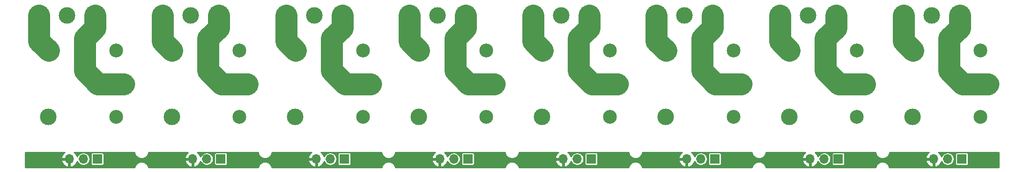
<source format=gbr>
G04 #@! TF.GenerationSoftware,KiCad,Pcbnew,5.1.5-52549c5~86~ubuntu19.10.1*
G04 #@! TF.CreationDate,2020-04-08T23:51:40+02:00*
G04 #@! TF.ProjectId,multi_CH,6d756c74-695f-4434-982e-6b696361645f,rev?*
G04 #@! TF.SameCoordinates,Original*
G04 #@! TF.FileFunction,Copper,L2,Bot*
G04 #@! TF.FilePolarity,Positive*
%FSLAX46Y46*%
G04 Gerber Fmt 4.6, Leading zero omitted, Abs format (unit mm)*
G04 Created by KiCad (PCBNEW 5.1.5-52549c5~86~ubuntu19.10.1) date 2020-04-08 23:51:40*
%MOMM*%
%LPD*%
G04 APERTURE LIST*
%ADD10C,2.500000*%
%ADD11C,3.000000*%
%ADD12R,1.700000X1.700000*%
%ADD13O,1.700000X1.700000*%
%ADD14R,3.000000X3.000000*%
%ADD15C,4.000000*%
%ADD16C,0.254000*%
G04 APERTURE END LIST*
D10*
X237021500Y-76373000D03*
D11*
X224821500Y-76373000D03*
X224771500Y-88423000D03*
D10*
X237021500Y-88373000D03*
D11*
X238971500Y-82423000D03*
D10*
X214701500Y-76373000D03*
D11*
X202501500Y-76373000D03*
X202451500Y-88423000D03*
D10*
X214701500Y-88373000D03*
D11*
X216651500Y-82423000D03*
D10*
X192381500Y-76373000D03*
D11*
X180181500Y-76373000D03*
X180131500Y-88423000D03*
D10*
X192381500Y-88373000D03*
D11*
X194331500Y-82423000D03*
D10*
X170061500Y-76373000D03*
D11*
X157861500Y-76373000D03*
X157811500Y-88423000D03*
D10*
X170061500Y-88373000D03*
D11*
X172011500Y-82423000D03*
D10*
X147741500Y-76373000D03*
D11*
X135541500Y-76373000D03*
X135491500Y-88423000D03*
D10*
X147741500Y-88373000D03*
D11*
X149691500Y-82423000D03*
D10*
X125421500Y-76373000D03*
D11*
X113221500Y-76373000D03*
X113171500Y-88423000D03*
D10*
X125421500Y-88373000D03*
D11*
X127371500Y-82423000D03*
D10*
X103101500Y-76373000D03*
D11*
X90901500Y-76373000D03*
X90851500Y-88423000D03*
D10*
X103101500Y-88373000D03*
D11*
X105051500Y-82423000D03*
D12*
X233646500Y-96012000D03*
D13*
X231106500Y-96012000D03*
X228566500Y-96012000D03*
D12*
X211326500Y-96012000D03*
D13*
X208786500Y-96012000D03*
X206246500Y-96012000D03*
D12*
X189006500Y-96012000D03*
D13*
X186466500Y-96012000D03*
X183926500Y-96012000D03*
D12*
X166686500Y-96012000D03*
D13*
X164146500Y-96012000D03*
X161606500Y-96012000D03*
D12*
X144366500Y-96012000D03*
D13*
X141826500Y-96012000D03*
X139286500Y-96012000D03*
D12*
X122046500Y-96012000D03*
D13*
X119506500Y-96012000D03*
X116966500Y-96012000D03*
D12*
X99726500Y-96012000D03*
D13*
X97186500Y-96012000D03*
X94646500Y-96012000D03*
D11*
X223105500Y-69977000D03*
X228185500Y-69977000D03*
D14*
X233265500Y-69977000D03*
D11*
X200785500Y-69977000D03*
X205865500Y-69977000D03*
D14*
X210945500Y-69977000D03*
D11*
X178465500Y-69977000D03*
X183545500Y-69977000D03*
D14*
X188625500Y-69977000D03*
D11*
X156145500Y-69977000D03*
X161225500Y-69977000D03*
D14*
X166305500Y-69977000D03*
D11*
X133825500Y-69977000D03*
X138905500Y-69977000D03*
D14*
X143985500Y-69977000D03*
D11*
X111505500Y-69977000D03*
X116585500Y-69977000D03*
D14*
X121665500Y-69977000D03*
D11*
X89185500Y-69977000D03*
X94265500Y-69977000D03*
D14*
X99345500Y-69977000D03*
D11*
X82731500Y-82423000D03*
D10*
X80781500Y-88373000D03*
D11*
X68531500Y-88423000D03*
X68581500Y-76373000D03*
D10*
X80781500Y-76373000D03*
D13*
X72326500Y-96012000D03*
X74866500Y-96012000D03*
D12*
X77406500Y-96012000D03*
D14*
X77025500Y-69977000D03*
D11*
X71945500Y-69977000D03*
X66865500Y-69977000D03*
D15*
X77025500Y-69977000D02*
X77025500Y-72263000D01*
X77025500Y-72263000D02*
X75120500Y-74168000D01*
X75120500Y-74168000D02*
X75120500Y-80010000D01*
X77533500Y-82423000D02*
X82166490Y-82423000D01*
X75120500Y-80010000D02*
X77533500Y-82423000D01*
X99853500Y-82423000D02*
X104486490Y-82423000D01*
X122173500Y-82423000D02*
X126806490Y-82423000D01*
X144493500Y-82423000D02*
X149126490Y-82423000D01*
X166813500Y-82423000D02*
X171446490Y-82423000D01*
X189133500Y-82423000D02*
X193766490Y-82423000D01*
X211453500Y-82423000D02*
X216086490Y-82423000D01*
X233773500Y-82423000D02*
X238406490Y-82423000D01*
X99345500Y-72263000D02*
X97440500Y-74168000D01*
X121665500Y-72263000D02*
X119760500Y-74168000D01*
X143985500Y-72263000D02*
X142080500Y-74168000D01*
X166305500Y-72263000D02*
X164400500Y-74168000D01*
X188625500Y-72263000D02*
X186720500Y-74168000D01*
X210945500Y-72263000D02*
X209040500Y-74168000D01*
X233265500Y-72263000D02*
X231360500Y-74168000D01*
X97440500Y-80010000D02*
X99853500Y-82423000D01*
X119760500Y-80010000D02*
X122173500Y-82423000D01*
X142080500Y-80010000D02*
X144493500Y-82423000D01*
X164400500Y-80010000D02*
X166813500Y-82423000D01*
X186720500Y-80010000D02*
X189133500Y-82423000D01*
X209040500Y-80010000D02*
X211453500Y-82423000D01*
X231360500Y-80010000D02*
X233773500Y-82423000D01*
X97440500Y-74168000D02*
X97440500Y-80010000D01*
X119760500Y-74168000D02*
X119760500Y-80010000D01*
X142080500Y-74168000D02*
X142080500Y-80010000D01*
X164400500Y-74168000D02*
X164400500Y-80010000D01*
X186720500Y-74168000D02*
X186720500Y-80010000D01*
X209040500Y-74168000D02*
X209040500Y-80010000D01*
X231360500Y-74168000D02*
X231360500Y-80010000D01*
X99345500Y-69977000D02*
X99345500Y-72263000D01*
X121665500Y-69977000D02*
X121665500Y-72263000D01*
X143985500Y-69977000D02*
X143985500Y-72263000D01*
X166305500Y-69977000D02*
X166305500Y-72263000D01*
X188625500Y-69977000D02*
X188625500Y-72263000D01*
X210945500Y-69977000D02*
X210945500Y-72263000D01*
X233265500Y-69977000D02*
X233265500Y-72263000D01*
X66865500Y-74657000D02*
X68581500Y-76373000D01*
X66865500Y-69977000D02*
X66865500Y-74657000D01*
X89185500Y-74657000D02*
X90901500Y-76373000D01*
X111505500Y-74657000D02*
X113221500Y-76373000D01*
X133825500Y-74657000D02*
X135541500Y-76373000D01*
X156145500Y-74657000D02*
X157861500Y-76373000D01*
X178465500Y-74657000D02*
X180181500Y-76373000D01*
X200785500Y-74657000D02*
X202501500Y-76373000D01*
X223105500Y-74657000D02*
X224821500Y-76373000D01*
X89185500Y-69977000D02*
X89185500Y-74657000D01*
X111505500Y-69977000D02*
X111505500Y-74657000D01*
X133825500Y-69977000D02*
X133825500Y-74657000D01*
X156145500Y-69977000D02*
X156145500Y-74657000D01*
X178465500Y-69977000D02*
X178465500Y-74657000D01*
X200785500Y-69977000D02*
X200785500Y-74657000D01*
X223105500Y-69977000D02*
X223105500Y-74657000D01*
D16*
G36*
X71326231Y-94914412D02*
G01*
X71131322Y-95130645D01*
X70982343Y-95380748D01*
X70885019Y-95655109D01*
X71005686Y-95885000D01*
X72199500Y-95885000D01*
X72199500Y-95865000D01*
X72453500Y-95865000D01*
X72453500Y-95885000D01*
X72473500Y-95885000D01*
X72473500Y-96139000D01*
X72453500Y-96139000D01*
X72453500Y-97332155D01*
X72683390Y-97453476D01*
X72830599Y-97408825D01*
X73093420Y-97283641D01*
X73326769Y-97109588D01*
X73521678Y-96893355D01*
X73670657Y-96643252D01*
X73755236Y-96404821D01*
X73823456Y-96569519D01*
X73952264Y-96762294D01*
X74116206Y-96926236D01*
X74308981Y-97055044D01*
X74523182Y-97143769D01*
X74750576Y-97189000D01*
X74982424Y-97189000D01*
X75209818Y-97143769D01*
X75424019Y-97055044D01*
X75616794Y-96926236D01*
X75780736Y-96762294D01*
X75909544Y-96569519D01*
X75998269Y-96355318D01*
X76043500Y-96127924D01*
X76043500Y-95896076D01*
X75998269Y-95668682D01*
X75909544Y-95454481D01*
X75780736Y-95261706D01*
X75681030Y-95162000D01*
X76227918Y-95162000D01*
X76227918Y-96862000D01*
X76234232Y-96926103D01*
X76252930Y-96987743D01*
X76283294Y-97044550D01*
X76324157Y-97094343D01*
X76373950Y-97135206D01*
X76430757Y-97165570D01*
X76492397Y-97184268D01*
X76556500Y-97190582D01*
X78256500Y-97190582D01*
X78320603Y-97184268D01*
X78382243Y-97165570D01*
X78439050Y-97135206D01*
X78488843Y-97094343D01*
X78529706Y-97044550D01*
X78560070Y-96987743D01*
X78578768Y-96926103D01*
X78585082Y-96862000D01*
X78585082Y-95162000D01*
X78578768Y-95097897D01*
X78560070Y-95036257D01*
X78529706Y-94979450D01*
X78488843Y-94929657D01*
X78439050Y-94888794D01*
X78382243Y-94858430D01*
X78320603Y-94839732D01*
X78256500Y-94833418D01*
X76556500Y-94833418D01*
X76492397Y-94839732D01*
X76430757Y-94858430D01*
X76373950Y-94888794D01*
X76324157Y-94929657D01*
X76283294Y-94979450D01*
X76252930Y-95036257D01*
X76234232Y-95097897D01*
X76227918Y-95162000D01*
X75681030Y-95162000D01*
X75616794Y-95097764D01*
X75424019Y-94968956D01*
X75209818Y-94880231D01*
X74982424Y-94835000D01*
X74750576Y-94835000D01*
X74523182Y-94880231D01*
X74308981Y-94968956D01*
X74116206Y-95097764D01*
X73952264Y-95261706D01*
X73823456Y-95454481D01*
X73755236Y-95619179D01*
X73670657Y-95380748D01*
X73521678Y-95130645D01*
X73326769Y-94914412D01*
X73180753Y-94805500D01*
X84123527Y-94805500D01*
X84136091Y-94917512D01*
X84141346Y-94942233D01*
X84146260Y-94967053D01*
X84147412Y-94970774D01*
X84206425Y-95156804D01*
X84216389Y-95180052D01*
X84226023Y-95203425D01*
X84227876Y-95206852D01*
X84321898Y-95377877D01*
X84336184Y-95398742D01*
X84350177Y-95419803D01*
X84352660Y-95422804D01*
X84478110Y-95572310D01*
X84496147Y-95589973D01*
X84513996Y-95607947D01*
X84517015Y-95610409D01*
X84669115Y-95732699D01*
X84690208Y-95746501D01*
X84711237Y-95760686D01*
X84714677Y-95762514D01*
X84887632Y-95852934D01*
X84911069Y-95862403D01*
X84934392Y-95872207D01*
X84938121Y-95873333D01*
X85125346Y-95928436D01*
X85150171Y-95933171D01*
X85174955Y-95938259D01*
X85178832Y-95938639D01*
X85373193Y-95956328D01*
X85398481Y-95956151D01*
X85423769Y-95956328D01*
X85427645Y-95955948D01*
X85621742Y-95935547D01*
X85646520Y-95930460D01*
X85671351Y-95925724D01*
X85675080Y-95924598D01*
X85861518Y-95866886D01*
X85884829Y-95857087D01*
X85908276Y-95847614D01*
X85911715Y-95845785D01*
X86083391Y-95752960D01*
X86104323Y-95738841D01*
X86125516Y-95724973D01*
X86128535Y-95722511D01*
X86278912Y-95598107D01*
X86296689Y-95580205D01*
X86314798Y-95562472D01*
X86317280Y-95559470D01*
X86440631Y-95408228D01*
X86454624Y-95387167D01*
X86468911Y-95366301D01*
X86470764Y-95362874D01*
X86487000Y-95332338D01*
X86487000Y-97137731D01*
X86461102Y-97090623D01*
X86446826Y-97069774D01*
X86432823Y-97048697D01*
X86430340Y-97045696D01*
X86304890Y-96896190D01*
X86286817Y-96878492D01*
X86269003Y-96860553D01*
X86265985Y-96858091D01*
X86113885Y-96735800D01*
X86092732Y-96721959D01*
X86071762Y-96707814D01*
X86068323Y-96705985D01*
X85895367Y-96615566D01*
X85871928Y-96606096D01*
X85848608Y-96596293D01*
X85844879Y-96595167D01*
X85657653Y-96540064D01*
X85632836Y-96535330D01*
X85608045Y-96530241D01*
X85604168Y-96529861D01*
X85409806Y-96512172D01*
X85384519Y-96512349D01*
X85359231Y-96512172D01*
X85355355Y-96512552D01*
X85161258Y-96532953D01*
X85136487Y-96538038D01*
X85111648Y-96542776D01*
X85107920Y-96543902D01*
X84921482Y-96601614D01*
X84898171Y-96611413D01*
X84874724Y-96620886D01*
X84871285Y-96622715D01*
X84699608Y-96715540D01*
X84678692Y-96729649D01*
X84657483Y-96743527D01*
X84654465Y-96745989D01*
X84504087Y-96870393D01*
X84486291Y-96888314D01*
X84468202Y-96906028D01*
X84465720Y-96909030D01*
X84342370Y-97060272D01*
X84328379Y-97081330D01*
X84314089Y-97102199D01*
X84312237Y-97105625D01*
X84220611Y-97277948D01*
X84210959Y-97301365D01*
X84201014Y-97324569D01*
X84199862Y-97328290D01*
X84144699Y-97511000D01*
X64350500Y-97511000D01*
X64350500Y-96368891D01*
X70885019Y-96368891D01*
X70982343Y-96643252D01*
X71131322Y-96893355D01*
X71326231Y-97109588D01*
X71559580Y-97283641D01*
X71822401Y-97408825D01*
X71969610Y-97453476D01*
X72199500Y-97332155D01*
X72199500Y-96139000D01*
X71005686Y-96139000D01*
X70885019Y-96368891D01*
X64350500Y-96368891D01*
X64350500Y-94805500D01*
X71472247Y-94805500D01*
X71326231Y-94914412D01*
G37*
X71326231Y-94914412D02*
X71131322Y-95130645D01*
X70982343Y-95380748D01*
X70885019Y-95655109D01*
X71005686Y-95885000D01*
X72199500Y-95885000D01*
X72199500Y-95865000D01*
X72453500Y-95865000D01*
X72453500Y-95885000D01*
X72473500Y-95885000D01*
X72473500Y-96139000D01*
X72453500Y-96139000D01*
X72453500Y-97332155D01*
X72683390Y-97453476D01*
X72830599Y-97408825D01*
X73093420Y-97283641D01*
X73326769Y-97109588D01*
X73521678Y-96893355D01*
X73670657Y-96643252D01*
X73755236Y-96404821D01*
X73823456Y-96569519D01*
X73952264Y-96762294D01*
X74116206Y-96926236D01*
X74308981Y-97055044D01*
X74523182Y-97143769D01*
X74750576Y-97189000D01*
X74982424Y-97189000D01*
X75209818Y-97143769D01*
X75424019Y-97055044D01*
X75616794Y-96926236D01*
X75780736Y-96762294D01*
X75909544Y-96569519D01*
X75998269Y-96355318D01*
X76043500Y-96127924D01*
X76043500Y-95896076D01*
X75998269Y-95668682D01*
X75909544Y-95454481D01*
X75780736Y-95261706D01*
X75681030Y-95162000D01*
X76227918Y-95162000D01*
X76227918Y-96862000D01*
X76234232Y-96926103D01*
X76252930Y-96987743D01*
X76283294Y-97044550D01*
X76324157Y-97094343D01*
X76373950Y-97135206D01*
X76430757Y-97165570D01*
X76492397Y-97184268D01*
X76556500Y-97190582D01*
X78256500Y-97190582D01*
X78320603Y-97184268D01*
X78382243Y-97165570D01*
X78439050Y-97135206D01*
X78488843Y-97094343D01*
X78529706Y-97044550D01*
X78560070Y-96987743D01*
X78578768Y-96926103D01*
X78585082Y-96862000D01*
X78585082Y-95162000D01*
X78578768Y-95097897D01*
X78560070Y-95036257D01*
X78529706Y-94979450D01*
X78488843Y-94929657D01*
X78439050Y-94888794D01*
X78382243Y-94858430D01*
X78320603Y-94839732D01*
X78256500Y-94833418D01*
X76556500Y-94833418D01*
X76492397Y-94839732D01*
X76430757Y-94858430D01*
X76373950Y-94888794D01*
X76324157Y-94929657D01*
X76283294Y-94979450D01*
X76252930Y-95036257D01*
X76234232Y-95097897D01*
X76227918Y-95162000D01*
X75681030Y-95162000D01*
X75616794Y-95097764D01*
X75424019Y-94968956D01*
X75209818Y-94880231D01*
X74982424Y-94835000D01*
X74750576Y-94835000D01*
X74523182Y-94880231D01*
X74308981Y-94968956D01*
X74116206Y-95097764D01*
X73952264Y-95261706D01*
X73823456Y-95454481D01*
X73755236Y-95619179D01*
X73670657Y-95380748D01*
X73521678Y-95130645D01*
X73326769Y-94914412D01*
X73180753Y-94805500D01*
X84123527Y-94805500D01*
X84136091Y-94917512D01*
X84141346Y-94942233D01*
X84146260Y-94967053D01*
X84147412Y-94970774D01*
X84206425Y-95156804D01*
X84216389Y-95180052D01*
X84226023Y-95203425D01*
X84227876Y-95206852D01*
X84321898Y-95377877D01*
X84336184Y-95398742D01*
X84350177Y-95419803D01*
X84352660Y-95422804D01*
X84478110Y-95572310D01*
X84496147Y-95589973D01*
X84513996Y-95607947D01*
X84517015Y-95610409D01*
X84669115Y-95732699D01*
X84690208Y-95746501D01*
X84711237Y-95760686D01*
X84714677Y-95762514D01*
X84887632Y-95852934D01*
X84911069Y-95862403D01*
X84934392Y-95872207D01*
X84938121Y-95873333D01*
X85125346Y-95928436D01*
X85150171Y-95933171D01*
X85174955Y-95938259D01*
X85178832Y-95938639D01*
X85373193Y-95956328D01*
X85398481Y-95956151D01*
X85423769Y-95956328D01*
X85427645Y-95955948D01*
X85621742Y-95935547D01*
X85646520Y-95930460D01*
X85671351Y-95925724D01*
X85675080Y-95924598D01*
X85861518Y-95866886D01*
X85884829Y-95857087D01*
X85908276Y-95847614D01*
X85911715Y-95845785D01*
X86083391Y-95752960D01*
X86104323Y-95738841D01*
X86125516Y-95724973D01*
X86128535Y-95722511D01*
X86278912Y-95598107D01*
X86296689Y-95580205D01*
X86314798Y-95562472D01*
X86317280Y-95559470D01*
X86440631Y-95408228D01*
X86454624Y-95387167D01*
X86468911Y-95366301D01*
X86470764Y-95362874D01*
X86487000Y-95332338D01*
X86487000Y-97137731D01*
X86461102Y-97090623D01*
X86446826Y-97069774D01*
X86432823Y-97048697D01*
X86430340Y-97045696D01*
X86304890Y-96896190D01*
X86286817Y-96878492D01*
X86269003Y-96860553D01*
X86265985Y-96858091D01*
X86113885Y-96735800D01*
X86092732Y-96721959D01*
X86071762Y-96707814D01*
X86068323Y-96705985D01*
X85895367Y-96615566D01*
X85871928Y-96606096D01*
X85848608Y-96596293D01*
X85844879Y-96595167D01*
X85657653Y-96540064D01*
X85632836Y-96535330D01*
X85608045Y-96530241D01*
X85604168Y-96529861D01*
X85409806Y-96512172D01*
X85384519Y-96512349D01*
X85359231Y-96512172D01*
X85355355Y-96512552D01*
X85161258Y-96532953D01*
X85136487Y-96538038D01*
X85111648Y-96542776D01*
X85107920Y-96543902D01*
X84921482Y-96601614D01*
X84898171Y-96611413D01*
X84874724Y-96620886D01*
X84871285Y-96622715D01*
X84699608Y-96715540D01*
X84678692Y-96729649D01*
X84657483Y-96743527D01*
X84654465Y-96745989D01*
X84504087Y-96870393D01*
X84486291Y-96888314D01*
X84468202Y-96906028D01*
X84465720Y-96909030D01*
X84342370Y-97060272D01*
X84328379Y-97081330D01*
X84314089Y-97102199D01*
X84312237Y-97105625D01*
X84220611Y-97277948D01*
X84210959Y-97301365D01*
X84201014Y-97324569D01*
X84199862Y-97328290D01*
X84144699Y-97511000D01*
X64350500Y-97511000D01*
X64350500Y-96368891D01*
X70885019Y-96368891D01*
X70982343Y-96643252D01*
X71131322Y-96893355D01*
X71326231Y-97109588D01*
X71559580Y-97283641D01*
X71822401Y-97408825D01*
X71969610Y-97453476D01*
X72199500Y-97332155D01*
X72199500Y-96139000D01*
X71005686Y-96139000D01*
X70885019Y-96368891D01*
X64350500Y-96368891D01*
X64350500Y-94805500D01*
X71472247Y-94805500D01*
X71326231Y-94914412D01*
G36*
X93646231Y-94914412D02*
G01*
X93451322Y-95130645D01*
X93302343Y-95380748D01*
X93205019Y-95655109D01*
X93325686Y-95885000D01*
X94519500Y-95885000D01*
X94519500Y-95865000D01*
X94773500Y-95865000D01*
X94773500Y-95885000D01*
X94793500Y-95885000D01*
X94793500Y-96139000D01*
X94773500Y-96139000D01*
X94773500Y-97332155D01*
X95003390Y-97453476D01*
X95150599Y-97408825D01*
X95413420Y-97283641D01*
X95646769Y-97109588D01*
X95841678Y-96893355D01*
X95990657Y-96643252D01*
X96075236Y-96404821D01*
X96143456Y-96569519D01*
X96272264Y-96762294D01*
X96436206Y-96926236D01*
X96628981Y-97055044D01*
X96843182Y-97143769D01*
X97070576Y-97189000D01*
X97302424Y-97189000D01*
X97529818Y-97143769D01*
X97744019Y-97055044D01*
X97936794Y-96926236D01*
X98100736Y-96762294D01*
X98229544Y-96569519D01*
X98318269Y-96355318D01*
X98363500Y-96127924D01*
X98363500Y-95896076D01*
X98318269Y-95668682D01*
X98229544Y-95454481D01*
X98100736Y-95261706D01*
X98001030Y-95162000D01*
X98547918Y-95162000D01*
X98547918Y-96862000D01*
X98554232Y-96926103D01*
X98572930Y-96987743D01*
X98603294Y-97044550D01*
X98644157Y-97094343D01*
X98693950Y-97135206D01*
X98750757Y-97165570D01*
X98812397Y-97184268D01*
X98876500Y-97190582D01*
X100576500Y-97190582D01*
X100640603Y-97184268D01*
X100702243Y-97165570D01*
X100759050Y-97135206D01*
X100808843Y-97094343D01*
X100849706Y-97044550D01*
X100880070Y-96987743D01*
X100898768Y-96926103D01*
X100905082Y-96862000D01*
X100905082Y-95162000D01*
X100898768Y-95097897D01*
X100880070Y-95036257D01*
X100849706Y-94979450D01*
X100808843Y-94929657D01*
X100759050Y-94888794D01*
X100702243Y-94858430D01*
X100640603Y-94839732D01*
X100576500Y-94833418D01*
X98876500Y-94833418D01*
X98812397Y-94839732D01*
X98750757Y-94858430D01*
X98693950Y-94888794D01*
X98644157Y-94929657D01*
X98603294Y-94979450D01*
X98572930Y-95036257D01*
X98554232Y-95097897D01*
X98547918Y-95162000D01*
X98001030Y-95162000D01*
X97936794Y-95097764D01*
X97744019Y-94968956D01*
X97529818Y-94880231D01*
X97302424Y-94835000D01*
X97070576Y-94835000D01*
X96843182Y-94880231D01*
X96628981Y-94968956D01*
X96436206Y-95097764D01*
X96272264Y-95261706D01*
X96143456Y-95454481D01*
X96075236Y-95619179D01*
X95990657Y-95380748D01*
X95841678Y-95130645D01*
X95646769Y-94914412D01*
X95500753Y-94805500D01*
X106443527Y-94805500D01*
X106456091Y-94917512D01*
X106461346Y-94942233D01*
X106466260Y-94967053D01*
X106467412Y-94970774D01*
X106526425Y-95156804D01*
X106536389Y-95180052D01*
X106546023Y-95203425D01*
X106547876Y-95206852D01*
X106641898Y-95377877D01*
X106656184Y-95398742D01*
X106670177Y-95419803D01*
X106672660Y-95422804D01*
X106798110Y-95572310D01*
X106816147Y-95589973D01*
X106833996Y-95607947D01*
X106837015Y-95610409D01*
X106989115Y-95732699D01*
X107010208Y-95746501D01*
X107031237Y-95760686D01*
X107034677Y-95762514D01*
X107207632Y-95852934D01*
X107231069Y-95862403D01*
X107254392Y-95872207D01*
X107258121Y-95873333D01*
X107445346Y-95928436D01*
X107470171Y-95933171D01*
X107494955Y-95938259D01*
X107498832Y-95938639D01*
X107693193Y-95956328D01*
X107718481Y-95956151D01*
X107743769Y-95956328D01*
X107747645Y-95955948D01*
X107941742Y-95935547D01*
X107966520Y-95930460D01*
X107991351Y-95925724D01*
X107995080Y-95924598D01*
X108181518Y-95866886D01*
X108204829Y-95857087D01*
X108228276Y-95847614D01*
X108231715Y-95845785D01*
X108403391Y-95752960D01*
X108424323Y-95738841D01*
X108445516Y-95724973D01*
X108448535Y-95722511D01*
X108598912Y-95598107D01*
X108616689Y-95580205D01*
X108634798Y-95562472D01*
X108637280Y-95559470D01*
X108760631Y-95408228D01*
X108774624Y-95387167D01*
X108788911Y-95366301D01*
X108790764Y-95362874D01*
X108807000Y-95332338D01*
X108807000Y-97137731D01*
X108781102Y-97090623D01*
X108766826Y-97069774D01*
X108752823Y-97048697D01*
X108750340Y-97045696D01*
X108624890Y-96896190D01*
X108606817Y-96878492D01*
X108589003Y-96860553D01*
X108585985Y-96858091D01*
X108433885Y-96735800D01*
X108412732Y-96721959D01*
X108391762Y-96707814D01*
X108388323Y-96705985D01*
X108215367Y-96615566D01*
X108191928Y-96606096D01*
X108168608Y-96596293D01*
X108164879Y-96595167D01*
X107977653Y-96540064D01*
X107952836Y-96535330D01*
X107928045Y-96530241D01*
X107924168Y-96529861D01*
X107729806Y-96512172D01*
X107704519Y-96512349D01*
X107679231Y-96512172D01*
X107675355Y-96512552D01*
X107481258Y-96532953D01*
X107456487Y-96538038D01*
X107431648Y-96542776D01*
X107427920Y-96543902D01*
X107241482Y-96601614D01*
X107218171Y-96611413D01*
X107194724Y-96620886D01*
X107191285Y-96622715D01*
X107019608Y-96715540D01*
X106998692Y-96729649D01*
X106977483Y-96743527D01*
X106974465Y-96745989D01*
X106824087Y-96870393D01*
X106806291Y-96888314D01*
X106788202Y-96906028D01*
X106785720Y-96909030D01*
X106662370Y-97060272D01*
X106648379Y-97081330D01*
X106634089Y-97102199D01*
X106632237Y-97105625D01*
X106540611Y-97277948D01*
X106530959Y-97301365D01*
X106521014Y-97324569D01*
X106519862Y-97328290D01*
X106464699Y-97511000D01*
X86638631Y-97511000D01*
X86636740Y-97501447D01*
X86635588Y-97497726D01*
X86576575Y-97311696D01*
X86566611Y-97288448D01*
X86556977Y-97265075D01*
X86555125Y-97261649D01*
X86461102Y-97090623D01*
X86446826Y-97069774D01*
X86432823Y-97048697D01*
X86430340Y-97045696D01*
X86304890Y-96896190D01*
X86286817Y-96878492D01*
X86269003Y-96860553D01*
X86265985Y-96858091D01*
X86113885Y-96735800D01*
X86092732Y-96721959D01*
X86074000Y-96709324D01*
X86074000Y-96368891D01*
X93205019Y-96368891D01*
X93302343Y-96643252D01*
X93451322Y-96893355D01*
X93646231Y-97109588D01*
X93879580Y-97283641D01*
X94142401Y-97408825D01*
X94289610Y-97453476D01*
X94519500Y-97332155D01*
X94519500Y-96139000D01*
X93325686Y-96139000D01*
X93205019Y-96368891D01*
X86074000Y-96368891D01*
X86074000Y-95758038D01*
X86083391Y-95752960D01*
X86104323Y-95738841D01*
X86125516Y-95724973D01*
X86128535Y-95722511D01*
X86278912Y-95598107D01*
X86296689Y-95580205D01*
X86314798Y-95562472D01*
X86317280Y-95559470D01*
X86440631Y-95408228D01*
X86454624Y-95387167D01*
X86468911Y-95366301D01*
X86470764Y-95362874D01*
X86562389Y-95190552D01*
X86572011Y-95167207D01*
X86581987Y-95143931D01*
X86583138Y-95140210D01*
X86639547Y-94953373D01*
X86644456Y-94928583D01*
X86649716Y-94903834D01*
X86650123Y-94899960D01*
X86659385Y-94805500D01*
X93792247Y-94805500D01*
X93646231Y-94914412D01*
G37*
X93646231Y-94914412D02*
X93451322Y-95130645D01*
X93302343Y-95380748D01*
X93205019Y-95655109D01*
X93325686Y-95885000D01*
X94519500Y-95885000D01*
X94519500Y-95865000D01*
X94773500Y-95865000D01*
X94773500Y-95885000D01*
X94793500Y-95885000D01*
X94793500Y-96139000D01*
X94773500Y-96139000D01*
X94773500Y-97332155D01*
X95003390Y-97453476D01*
X95150599Y-97408825D01*
X95413420Y-97283641D01*
X95646769Y-97109588D01*
X95841678Y-96893355D01*
X95990657Y-96643252D01*
X96075236Y-96404821D01*
X96143456Y-96569519D01*
X96272264Y-96762294D01*
X96436206Y-96926236D01*
X96628981Y-97055044D01*
X96843182Y-97143769D01*
X97070576Y-97189000D01*
X97302424Y-97189000D01*
X97529818Y-97143769D01*
X97744019Y-97055044D01*
X97936794Y-96926236D01*
X98100736Y-96762294D01*
X98229544Y-96569519D01*
X98318269Y-96355318D01*
X98363500Y-96127924D01*
X98363500Y-95896076D01*
X98318269Y-95668682D01*
X98229544Y-95454481D01*
X98100736Y-95261706D01*
X98001030Y-95162000D01*
X98547918Y-95162000D01*
X98547918Y-96862000D01*
X98554232Y-96926103D01*
X98572930Y-96987743D01*
X98603294Y-97044550D01*
X98644157Y-97094343D01*
X98693950Y-97135206D01*
X98750757Y-97165570D01*
X98812397Y-97184268D01*
X98876500Y-97190582D01*
X100576500Y-97190582D01*
X100640603Y-97184268D01*
X100702243Y-97165570D01*
X100759050Y-97135206D01*
X100808843Y-97094343D01*
X100849706Y-97044550D01*
X100880070Y-96987743D01*
X100898768Y-96926103D01*
X100905082Y-96862000D01*
X100905082Y-95162000D01*
X100898768Y-95097897D01*
X100880070Y-95036257D01*
X100849706Y-94979450D01*
X100808843Y-94929657D01*
X100759050Y-94888794D01*
X100702243Y-94858430D01*
X100640603Y-94839732D01*
X100576500Y-94833418D01*
X98876500Y-94833418D01*
X98812397Y-94839732D01*
X98750757Y-94858430D01*
X98693950Y-94888794D01*
X98644157Y-94929657D01*
X98603294Y-94979450D01*
X98572930Y-95036257D01*
X98554232Y-95097897D01*
X98547918Y-95162000D01*
X98001030Y-95162000D01*
X97936794Y-95097764D01*
X97744019Y-94968956D01*
X97529818Y-94880231D01*
X97302424Y-94835000D01*
X97070576Y-94835000D01*
X96843182Y-94880231D01*
X96628981Y-94968956D01*
X96436206Y-95097764D01*
X96272264Y-95261706D01*
X96143456Y-95454481D01*
X96075236Y-95619179D01*
X95990657Y-95380748D01*
X95841678Y-95130645D01*
X95646769Y-94914412D01*
X95500753Y-94805500D01*
X106443527Y-94805500D01*
X106456091Y-94917512D01*
X106461346Y-94942233D01*
X106466260Y-94967053D01*
X106467412Y-94970774D01*
X106526425Y-95156804D01*
X106536389Y-95180052D01*
X106546023Y-95203425D01*
X106547876Y-95206852D01*
X106641898Y-95377877D01*
X106656184Y-95398742D01*
X106670177Y-95419803D01*
X106672660Y-95422804D01*
X106798110Y-95572310D01*
X106816147Y-95589973D01*
X106833996Y-95607947D01*
X106837015Y-95610409D01*
X106989115Y-95732699D01*
X107010208Y-95746501D01*
X107031237Y-95760686D01*
X107034677Y-95762514D01*
X107207632Y-95852934D01*
X107231069Y-95862403D01*
X107254392Y-95872207D01*
X107258121Y-95873333D01*
X107445346Y-95928436D01*
X107470171Y-95933171D01*
X107494955Y-95938259D01*
X107498832Y-95938639D01*
X107693193Y-95956328D01*
X107718481Y-95956151D01*
X107743769Y-95956328D01*
X107747645Y-95955948D01*
X107941742Y-95935547D01*
X107966520Y-95930460D01*
X107991351Y-95925724D01*
X107995080Y-95924598D01*
X108181518Y-95866886D01*
X108204829Y-95857087D01*
X108228276Y-95847614D01*
X108231715Y-95845785D01*
X108403391Y-95752960D01*
X108424323Y-95738841D01*
X108445516Y-95724973D01*
X108448535Y-95722511D01*
X108598912Y-95598107D01*
X108616689Y-95580205D01*
X108634798Y-95562472D01*
X108637280Y-95559470D01*
X108760631Y-95408228D01*
X108774624Y-95387167D01*
X108788911Y-95366301D01*
X108790764Y-95362874D01*
X108807000Y-95332338D01*
X108807000Y-97137731D01*
X108781102Y-97090623D01*
X108766826Y-97069774D01*
X108752823Y-97048697D01*
X108750340Y-97045696D01*
X108624890Y-96896190D01*
X108606817Y-96878492D01*
X108589003Y-96860553D01*
X108585985Y-96858091D01*
X108433885Y-96735800D01*
X108412732Y-96721959D01*
X108391762Y-96707814D01*
X108388323Y-96705985D01*
X108215367Y-96615566D01*
X108191928Y-96606096D01*
X108168608Y-96596293D01*
X108164879Y-96595167D01*
X107977653Y-96540064D01*
X107952836Y-96535330D01*
X107928045Y-96530241D01*
X107924168Y-96529861D01*
X107729806Y-96512172D01*
X107704519Y-96512349D01*
X107679231Y-96512172D01*
X107675355Y-96512552D01*
X107481258Y-96532953D01*
X107456487Y-96538038D01*
X107431648Y-96542776D01*
X107427920Y-96543902D01*
X107241482Y-96601614D01*
X107218171Y-96611413D01*
X107194724Y-96620886D01*
X107191285Y-96622715D01*
X107019608Y-96715540D01*
X106998692Y-96729649D01*
X106977483Y-96743527D01*
X106974465Y-96745989D01*
X106824087Y-96870393D01*
X106806291Y-96888314D01*
X106788202Y-96906028D01*
X106785720Y-96909030D01*
X106662370Y-97060272D01*
X106648379Y-97081330D01*
X106634089Y-97102199D01*
X106632237Y-97105625D01*
X106540611Y-97277948D01*
X106530959Y-97301365D01*
X106521014Y-97324569D01*
X106519862Y-97328290D01*
X106464699Y-97511000D01*
X86638631Y-97511000D01*
X86636740Y-97501447D01*
X86635588Y-97497726D01*
X86576575Y-97311696D01*
X86566611Y-97288448D01*
X86556977Y-97265075D01*
X86555125Y-97261649D01*
X86461102Y-97090623D01*
X86446826Y-97069774D01*
X86432823Y-97048697D01*
X86430340Y-97045696D01*
X86304890Y-96896190D01*
X86286817Y-96878492D01*
X86269003Y-96860553D01*
X86265985Y-96858091D01*
X86113885Y-96735800D01*
X86092732Y-96721959D01*
X86074000Y-96709324D01*
X86074000Y-96368891D01*
X93205019Y-96368891D01*
X93302343Y-96643252D01*
X93451322Y-96893355D01*
X93646231Y-97109588D01*
X93879580Y-97283641D01*
X94142401Y-97408825D01*
X94289610Y-97453476D01*
X94519500Y-97332155D01*
X94519500Y-96139000D01*
X93325686Y-96139000D01*
X93205019Y-96368891D01*
X86074000Y-96368891D01*
X86074000Y-95758038D01*
X86083391Y-95752960D01*
X86104323Y-95738841D01*
X86125516Y-95724973D01*
X86128535Y-95722511D01*
X86278912Y-95598107D01*
X86296689Y-95580205D01*
X86314798Y-95562472D01*
X86317280Y-95559470D01*
X86440631Y-95408228D01*
X86454624Y-95387167D01*
X86468911Y-95366301D01*
X86470764Y-95362874D01*
X86562389Y-95190552D01*
X86572011Y-95167207D01*
X86581987Y-95143931D01*
X86583138Y-95140210D01*
X86639547Y-94953373D01*
X86644456Y-94928583D01*
X86649716Y-94903834D01*
X86650123Y-94899960D01*
X86659385Y-94805500D01*
X93792247Y-94805500D01*
X93646231Y-94914412D01*
G36*
X115966231Y-94914412D02*
G01*
X115771322Y-95130645D01*
X115622343Y-95380748D01*
X115525019Y-95655109D01*
X115645686Y-95885000D01*
X116839500Y-95885000D01*
X116839500Y-95865000D01*
X117093500Y-95865000D01*
X117093500Y-95885000D01*
X117113500Y-95885000D01*
X117113500Y-96139000D01*
X117093500Y-96139000D01*
X117093500Y-97332155D01*
X117323390Y-97453476D01*
X117470599Y-97408825D01*
X117733420Y-97283641D01*
X117966769Y-97109588D01*
X118161678Y-96893355D01*
X118310657Y-96643252D01*
X118395236Y-96404821D01*
X118463456Y-96569519D01*
X118592264Y-96762294D01*
X118756206Y-96926236D01*
X118948981Y-97055044D01*
X119163182Y-97143769D01*
X119390576Y-97189000D01*
X119622424Y-97189000D01*
X119849818Y-97143769D01*
X120064019Y-97055044D01*
X120256794Y-96926236D01*
X120420736Y-96762294D01*
X120549544Y-96569519D01*
X120638269Y-96355318D01*
X120683500Y-96127924D01*
X120683500Y-95896076D01*
X120638269Y-95668682D01*
X120549544Y-95454481D01*
X120420736Y-95261706D01*
X120321030Y-95162000D01*
X120867918Y-95162000D01*
X120867918Y-96862000D01*
X120874232Y-96926103D01*
X120892930Y-96987743D01*
X120923294Y-97044550D01*
X120964157Y-97094343D01*
X121013950Y-97135206D01*
X121070757Y-97165570D01*
X121132397Y-97184268D01*
X121196500Y-97190582D01*
X122896500Y-97190582D01*
X122960603Y-97184268D01*
X123022243Y-97165570D01*
X123079050Y-97135206D01*
X123128843Y-97094343D01*
X123169706Y-97044550D01*
X123200070Y-96987743D01*
X123218768Y-96926103D01*
X123225082Y-96862000D01*
X123225082Y-95162000D01*
X123218768Y-95097897D01*
X123200070Y-95036257D01*
X123169706Y-94979450D01*
X123128843Y-94929657D01*
X123079050Y-94888794D01*
X123022243Y-94858430D01*
X122960603Y-94839732D01*
X122896500Y-94833418D01*
X121196500Y-94833418D01*
X121132397Y-94839732D01*
X121070757Y-94858430D01*
X121013950Y-94888794D01*
X120964157Y-94929657D01*
X120923294Y-94979450D01*
X120892930Y-95036257D01*
X120874232Y-95097897D01*
X120867918Y-95162000D01*
X120321030Y-95162000D01*
X120256794Y-95097764D01*
X120064019Y-94968956D01*
X119849818Y-94880231D01*
X119622424Y-94835000D01*
X119390576Y-94835000D01*
X119163182Y-94880231D01*
X118948981Y-94968956D01*
X118756206Y-95097764D01*
X118592264Y-95261706D01*
X118463456Y-95454481D01*
X118395236Y-95619179D01*
X118310657Y-95380748D01*
X118161678Y-95130645D01*
X117966769Y-94914412D01*
X117820753Y-94805500D01*
X128763527Y-94805500D01*
X128776091Y-94917512D01*
X128781346Y-94942233D01*
X128786260Y-94967053D01*
X128787412Y-94970774D01*
X128846425Y-95156804D01*
X128856389Y-95180052D01*
X128866023Y-95203425D01*
X128867876Y-95206852D01*
X128961898Y-95377877D01*
X128976184Y-95398742D01*
X128990177Y-95419803D01*
X128992660Y-95422804D01*
X129118110Y-95572310D01*
X129136147Y-95589973D01*
X129153996Y-95607947D01*
X129157015Y-95610409D01*
X129309115Y-95732699D01*
X129330208Y-95746501D01*
X129351237Y-95760686D01*
X129354677Y-95762514D01*
X129527632Y-95852934D01*
X129551069Y-95862403D01*
X129574392Y-95872207D01*
X129578121Y-95873333D01*
X129765346Y-95928436D01*
X129790171Y-95933171D01*
X129814955Y-95938259D01*
X129818832Y-95938639D01*
X130013193Y-95956328D01*
X130038481Y-95956151D01*
X130063769Y-95956328D01*
X130067645Y-95955948D01*
X130261742Y-95935547D01*
X130286520Y-95930460D01*
X130311351Y-95925724D01*
X130315080Y-95924598D01*
X130501518Y-95866886D01*
X130524829Y-95857087D01*
X130548276Y-95847614D01*
X130551715Y-95845785D01*
X130723391Y-95752960D01*
X130744323Y-95738841D01*
X130765516Y-95724973D01*
X130768535Y-95722511D01*
X130918912Y-95598107D01*
X130936689Y-95580205D01*
X130954798Y-95562472D01*
X130957280Y-95559470D01*
X131080631Y-95408228D01*
X131094624Y-95387167D01*
X131108911Y-95366301D01*
X131110764Y-95362874D01*
X131127000Y-95332338D01*
X131127000Y-97137731D01*
X131101102Y-97090623D01*
X131086826Y-97069774D01*
X131072823Y-97048697D01*
X131070340Y-97045696D01*
X130944890Y-96896190D01*
X130926817Y-96878492D01*
X130909003Y-96860553D01*
X130905985Y-96858091D01*
X130753885Y-96735800D01*
X130732732Y-96721959D01*
X130711762Y-96707814D01*
X130708323Y-96705985D01*
X130535367Y-96615566D01*
X130511928Y-96606096D01*
X130488608Y-96596293D01*
X130484879Y-96595167D01*
X130297653Y-96540064D01*
X130272836Y-96535330D01*
X130248045Y-96530241D01*
X130244168Y-96529861D01*
X130049806Y-96512172D01*
X130024519Y-96512349D01*
X129999231Y-96512172D01*
X129995355Y-96512552D01*
X129801258Y-96532953D01*
X129776487Y-96538038D01*
X129751648Y-96542776D01*
X129747920Y-96543902D01*
X129561482Y-96601614D01*
X129538171Y-96611413D01*
X129514724Y-96620886D01*
X129511285Y-96622715D01*
X129339608Y-96715540D01*
X129318692Y-96729649D01*
X129297483Y-96743527D01*
X129294465Y-96745989D01*
X129144087Y-96870393D01*
X129126291Y-96888314D01*
X129108202Y-96906028D01*
X129105720Y-96909030D01*
X128982370Y-97060272D01*
X128968379Y-97081330D01*
X128954089Y-97102199D01*
X128952237Y-97105625D01*
X128860611Y-97277948D01*
X128850959Y-97301365D01*
X128841014Y-97324569D01*
X128839862Y-97328290D01*
X128784699Y-97511000D01*
X108958631Y-97511000D01*
X108956740Y-97501447D01*
X108955588Y-97497726D01*
X108896575Y-97311696D01*
X108886611Y-97288448D01*
X108876977Y-97265075D01*
X108875125Y-97261649D01*
X108781102Y-97090623D01*
X108766826Y-97069774D01*
X108752823Y-97048697D01*
X108750340Y-97045696D01*
X108624890Y-96896190D01*
X108606817Y-96878492D01*
X108589003Y-96860553D01*
X108585985Y-96858091D01*
X108433885Y-96735800D01*
X108412732Y-96721959D01*
X108394000Y-96709324D01*
X108394000Y-96368891D01*
X115525019Y-96368891D01*
X115622343Y-96643252D01*
X115771322Y-96893355D01*
X115966231Y-97109588D01*
X116199580Y-97283641D01*
X116462401Y-97408825D01*
X116609610Y-97453476D01*
X116839500Y-97332155D01*
X116839500Y-96139000D01*
X115645686Y-96139000D01*
X115525019Y-96368891D01*
X108394000Y-96368891D01*
X108394000Y-95758038D01*
X108403391Y-95752960D01*
X108424323Y-95738841D01*
X108445516Y-95724973D01*
X108448535Y-95722511D01*
X108598912Y-95598107D01*
X108616689Y-95580205D01*
X108634798Y-95562472D01*
X108637280Y-95559470D01*
X108760631Y-95408228D01*
X108774624Y-95387167D01*
X108788911Y-95366301D01*
X108790764Y-95362874D01*
X108882389Y-95190552D01*
X108892011Y-95167207D01*
X108901987Y-95143931D01*
X108903138Y-95140210D01*
X108959547Y-94953373D01*
X108964456Y-94928583D01*
X108969716Y-94903834D01*
X108970123Y-94899960D01*
X108979385Y-94805500D01*
X116112247Y-94805500D01*
X115966231Y-94914412D01*
G37*
X115966231Y-94914412D02*
X115771322Y-95130645D01*
X115622343Y-95380748D01*
X115525019Y-95655109D01*
X115645686Y-95885000D01*
X116839500Y-95885000D01*
X116839500Y-95865000D01*
X117093500Y-95865000D01*
X117093500Y-95885000D01*
X117113500Y-95885000D01*
X117113500Y-96139000D01*
X117093500Y-96139000D01*
X117093500Y-97332155D01*
X117323390Y-97453476D01*
X117470599Y-97408825D01*
X117733420Y-97283641D01*
X117966769Y-97109588D01*
X118161678Y-96893355D01*
X118310657Y-96643252D01*
X118395236Y-96404821D01*
X118463456Y-96569519D01*
X118592264Y-96762294D01*
X118756206Y-96926236D01*
X118948981Y-97055044D01*
X119163182Y-97143769D01*
X119390576Y-97189000D01*
X119622424Y-97189000D01*
X119849818Y-97143769D01*
X120064019Y-97055044D01*
X120256794Y-96926236D01*
X120420736Y-96762294D01*
X120549544Y-96569519D01*
X120638269Y-96355318D01*
X120683500Y-96127924D01*
X120683500Y-95896076D01*
X120638269Y-95668682D01*
X120549544Y-95454481D01*
X120420736Y-95261706D01*
X120321030Y-95162000D01*
X120867918Y-95162000D01*
X120867918Y-96862000D01*
X120874232Y-96926103D01*
X120892930Y-96987743D01*
X120923294Y-97044550D01*
X120964157Y-97094343D01*
X121013950Y-97135206D01*
X121070757Y-97165570D01*
X121132397Y-97184268D01*
X121196500Y-97190582D01*
X122896500Y-97190582D01*
X122960603Y-97184268D01*
X123022243Y-97165570D01*
X123079050Y-97135206D01*
X123128843Y-97094343D01*
X123169706Y-97044550D01*
X123200070Y-96987743D01*
X123218768Y-96926103D01*
X123225082Y-96862000D01*
X123225082Y-95162000D01*
X123218768Y-95097897D01*
X123200070Y-95036257D01*
X123169706Y-94979450D01*
X123128843Y-94929657D01*
X123079050Y-94888794D01*
X123022243Y-94858430D01*
X122960603Y-94839732D01*
X122896500Y-94833418D01*
X121196500Y-94833418D01*
X121132397Y-94839732D01*
X121070757Y-94858430D01*
X121013950Y-94888794D01*
X120964157Y-94929657D01*
X120923294Y-94979450D01*
X120892930Y-95036257D01*
X120874232Y-95097897D01*
X120867918Y-95162000D01*
X120321030Y-95162000D01*
X120256794Y-95097764D01*
X120064019Y-94968956D01*
X119849818Y-94880231D01*
X119622424Y-94835000D01*
X119390576Y-94835000D01*
X119163182Y-94880231D01*
X118948981Y-94968956D01*
X118756206Y-95097764D01*
X118592264Y-95261706D01*
X118463456Y-95454481D01*
X118395236Y-95619179D01*
X118310657Y-95380748D01*
X118161678Y-95130645D01*
X117966769Y-94914412D01*
X117820753Y-94805500D01*
X128763527Y-94805500D01*
X128776091Y-94917512D01*
X128781346Y-94942233D01*
X128786260Y-94967053D01*
X128787412Y-94970774D01*
X128846425Y-95156804D01*
X128856389Y-95180052D01*
X128866023Y-95203425D01*
X128867876Y-95206852D01*
X128961898Y-95377877D01*
X128976184Y-95398742D01*
X128990177Y-95419803D01*
X128992660Y-95422804D01*
X129118110Y-95572310D01*
X129136147Y-95589973D01*
X129153996Y-95607947D01*
X129157015Y-95610409D01*
X129309115Y-95732699D01*
X129330208Y-95746501D01*
X129351237Y-95760686D01*
X129354677Y-95762514D01*
X129527632Y-95852934D01*
X129551069Y-95862403D01*
X129574392Y-95872207D01*
X129578121Y-95873333D01*
X129765346Y-95928436D01*
X129790171Y-95933171D01*
X129814955Y-95938259D01*
X129818832Y-95938639D01*
X130013193Y-95956328D01*
X130038481Y-95956151D01*
X130063769Y-95956328D01*
X130067645Y-95955948D01*
X130261742Y-95935547D01*
X130286520Y-95930460D01*
X130311351Y-95925724D01*
X130315080Y-95924598D01*
X130501518Y-95866886D01*
X130524829Y-95857087D01*
X130548276Y-95847614D01*
X130551715Y-95845785D01*
X130723391Y-95752960D01*
X130744323Y-95738841D01*
X130765516Y-95724973D01*
X130768535Y-95722511D01*
X130918912Y-95598107D01*
X130936689Y-95580205D01*
X130954798Y-95562472D01*
X130957280Y-95559470D01*
X131080631Y-95408228D01*
X131094624Y-95387167D01*
X131108911Y-95366301D01*
X131110764Y-95362874D01*
X131127000Y-95332338D01*
X131127000Y-97137731D01*
X131101102Y-97090623D01*
X131086826Y-97069774D01*
X131072823Y-97048697D01*
X131070340Y-97045696D01*
X130944890Y-96896190D01*
X130926817Y-96878492D01*
X130909003Y-96860553D01*
X130905985Y-96858091D01*
X130753885Y-96735800D01*
X130732732Y-96721959D01*
X130711762Y-96707814D01*
X130708323Y-96705985D01*
X130535367Y-96615566D01*
X130511928Y-96606096D01*
X130488608Y-96596293D01*
X130484879Y-96595167D01*
X130297653Y-96540064D01*
X130272836Y-96535330D01*
X130248045Y-96530241D01*
X130244168Y-96529861D01*
X130049806Y-96512172D01*
X130024519Y-96512349D01*
X129999231Y-96512172D01*
X129995355Y-96512552D01*
X129801258Y-96532953D01*
X129776487Y-96538038D01*
X129751648Y-96542776D01*
X129747920Y-96543902D01*
X129561482Y-96601614D01*
X129538171Y-96611413D01*
X129514724Y-96620886D01*
X129511285Y-96622715D01*
X129339608Y-96715540D01*
X129318692Y-96729649D01*
X129297483Y-96743527D01*
X129294465Y-96745989D01*
X129144087Y-96870393D01*
X129126291Y-96888314D01*
X129108202Y-96906028D01*
X129105720Y-96909030D01*
X128982370Y-97060272D01*
X128968379Y-97081330D01*
X128954089Y-97102199D01*
X128952237Y-97105625D01*
X128860611Y-97277948D01*
X128850959Y-97301365D01*
X128841014Y-97324569D01*
X128839862Y-97328290D01*
X128784699Y-97511000D01*
X108958631Y-97511000D01*
X108956740Y-97501447D01*
X108955588Y-97497726D01*
X108896575Y-97311696D01*
X108886611Y-97288448D01*
X108876977Y-97265075D01*
X108875125Y-97261649D01*
X108781102Y-97090623D01*
X108766826Y-97069774D01*
X108752823Y-97048697D01*
X108750340Y-97045696D01*
X108624890Y-96896190D01*
X108606817Y-96878492D01*
X108589003Y-96860553D01*
X108585985Y-96858091D01*
X108433885Y-96735800D01*
X108412732Y-96721959D01*
X108394000Y-96709324D01*
X108394000Y-96368891D01*
X115525019Y-96368891D01*
X115622343Y-96643252D01*
X115771322Y-96893355D01*
X115966231Y-97109588D01*
X116199580Y-97283641D01*
X116462401Y-97408825D01*
X116609610Y-97453476D01*
X116839500Y-97332155D01*
X116839500Y-96139000D01*
X115645686Y-96139000D01*
X115525019Y-96368891D01*
X108394000Y-96368891D01*
X108394000Y-95758038D01*
X108403391Y-95752960D01*
X108424323Y-95738841D01*
X108445516Y-95724973D01*
X108448535Y-95722511D01*
X108598912Y-95598107D01*
X108616689Y-95580205D01*
X108634798Y-95562472D01*
X108637280Y-95559470D01*
X108760631Y-95408228D01*
X108774624Y-95387167D01*
X108788911Y-95366301D01*
X108790764Y-95362874D01*
X108882389Y-95190552D01*
X108892011Y-95167207D01*
X108901987Y-95143931D01*
X108903138Y-95140210D01*
X108959547Y-94953373D01*
X108964456Y-94928583D01*
X108969716Y-94903834D01*
X108970123Y-94899960D01*
X108979385Y-94805500D01*
X116112247Y-94805500D01*
X115966231Y-94914412D01*
G36*
X138286231Y-94914412D02*
G01*
X138091322Y-95130645D01*
X137942343Y-95380748D01*
X137845019Y-95655109D01*
X137965686Y-95885000D01*
X139159500Y-95885000D01*
X139159500Y-95865000D01*
X139413500Y-95865000D01*
X139413500Y-95885000D01*
X139433500Y-95885000D01*
X139433500Y-96139000D01*
X139413500Y-96139000D01*
X139413500Y-97332155D01*
X139643390Y-97453476D01*
X139790599Y-97408825D01*
X140053420Y-97283641D01*
X140286769Y-97109588D01*
X140481678Y-96893355D01*
X140630657Y-96643252D01*
X140715236Y-96404821D01*
X140783456Y-96569519D01*
X140912264Y-96762294D01*
X141076206Y-96926236D01*
X141268981Y-97055044D01*
X141483182Y-97143769D01*
X141710576Y-97189000D01*
X141942424Y-97189000D01*
X142169818Y-97143769D01*
X142384019Y-97055044D01*
X142576794Y-96926236D01*
X142740736Y-96762294D01*
X142869544Y-96569519D01*
X142958269Y-96355318D01*
X143003500Y-96127924D01*
X143003500Y-95896076D01*
X142958269Y-95668682D01*
X142869544Y-95454481D01*
X142740736Y-95261706D01*
X142641030Y-95162000D01*
X143187918Y-95162000D01*
X143187918Y-96862000D01*
X143194232Y-96926103D01*
X143212930Y-96987743D01*
X143243294Y-97044550D01*
X143284157Y-97094343D01*
X143333950Y-97135206D01*
X143390757Y-97165570D01*
X143452397Y-97184268D01*
X143516500Y-97190582D01*
X145216500Y-97190582D01*
X145280603Y-97184268D01*
X145342243Y-97165570D01*
X145399050Y-97135206D01*
X145448843Y-97094343D01*
X145489706Y-97044550D01*
X145520070Y-96987743D01*
X145538768Y-96926103D01*
X145545082Y-96862000D01*
X145545082Y-95162000D01*
X145538768Y-95097897D01*
X145520070Y-95036257D01*
X145489706Y-94979450D01*
X145448843Y-94929657D01*
X145399050Y-94888794D01*
X145342243Y-94858430D01*
X145280603Y-94839732D01*
X145216500Y-94833418D01*
X143516500Y-94833418D01*
X143452397Y-94839732D01*
X143390757Y-94858430D01*
X143333950Y-94888794D01*
X143284157Y-94929657D01*
X143243294Y-94979450D01*
X143212930Y-95036257D01*
X143194232Y-95097897D01*
X143187918Y-95162000D01*
X142641030Y-95162000D01*
X142576794Y-95097764D01*
X142384019Y-94968956D01*
X142169818Y-94880231D01*
X141942424Y-94835000D01*
X141710576Y-94835000D01*
X141483182Y-94880231D01*
X141268981Y-94968956D01*
X141076206Y-95097764D01*
X140912264Y-95261706D01*
X140783456Y-95454481D01*
X140715236Y-95619179D01*
X140630657Y-95380748D01*
X140481678Y-95130645D01*
X140286769Y-94914412D01*
X140140753Y-94805500D01*
X151083527Y-94805500D01*
X151096091Y-94917512D01*
X151101346Y-94942233D01*
X151106260Y-94967053D01*
X151107412Y-94970774D01*
X151166425Y-95156804D01*
X151176389Y-95180052D01*
X151186023Y-95203425D01*
X151187876Y-95206852D01*
X151281898Y-95377877D01*
X151296184Y-95398742D01*
X151310177Y-95419803D01*
X151312660Y-95422804D01*
X151438110Y-95572310D01*
X151456147Y-95589973D01*
X151473996Y-95607947D01*
X151477015Y-95610409D01*
X151629115Y-95732699D01*
X151650208Y-95746501D01*
X151671237Y-95760686D01*
X151674677Y-95762514D01*
X151847632Y-95852934D01*
X151871069Y-95862403D01*
X151894392Y-95872207D01*
X151898121Y-95873333D01*
X152085346Y-95928436D01*
X152110171Y-95933171D01*
X152134955Y-95938259D01*
X152138832Y-95938639D01*
X152333193Y-95956328D01*
X152358481Y-95956151D01*
X152383769Y-95956328D01*
X152387645Y-95955948D01*
X152581742Y-95935547D01*
X152606520Y-95930460D01*
X152631351Y-95925724D01*
X152635080Y-95924598D01*
X152821518Y-95866886D01*
X152844829Y-95857087D01*
X152868276Y-95847614D01*
X152871715Y-95845785D01*
X153043391Y-95752960D01*
X153064323Y-95738841D01*
X153085516Y-95724973D01*
X153088535Y-95722511D01*
X153238912Y-95598107D01*
X153256689Y-95580205D01*
X153274798Y-95562472D01*
X153277280Y-95559470D01*
X153400631Y-95408228D01*
X153414624Y-95387167D01*
X153428911Y-95366301D01*
X153430764Y-95362874D01*
X153447000Y-95332338D01*
X153447000Y-97137731D01*
X153421102Y-97090623D01*
X153406826Y-97069774D01*
X153392823Y-97048697D01*
X153390340Y-97045696D01*
X153264890Y-96896190D01*
X153246817Y-96878492D01*
X153229003Y-96860553D01*
X153225985Y-96858091D01*
X153073885Y-96735800D01*
X153052732Y-96721959D01*
X153031762Y-96707814D01*
X153028323Y-96705985D01*
X152855367Y-96615566D01*
X152831928Y-96606096D01*
X152808608Y-96596293D01*
X152804879Y-96595167D01*
X152617653Y-96540064D01*
X152592836Y-96535330D01*
X152568045Y-96530241D01*
X152564168Y-96529861D01*
X152369806Y-96512172D01*
X152344519Y-96512349D01*
X152319231Y-96512172D01*
X152315355Y-96512552D01*
X152121258Y-96532953D01*
X152096487Y-96538038D01*
X152071648Y-96542776D01*
X152067920Y-96543902D01*
X151881482Y-96601614D01*
X151858171Y-96611413D01*
X151834724Y-96620886D01*
X151831285Y-96622715D01*
X151659608Y-96715540D01*
X151638692Y-96729649D01*
X151617483Y-96743527D01*
X151614465Y-96745989D01*
X151464087Y-96870393D01*
X151446291Y-96888314D01*
X151428202Y-96906028D01*
X151425720Y-96909030D01*
X151302370Y-97060272D01*
X151288379Y-97081330D01*
X151274089Y-97102199D01*
X151272237Y-97105625D01*
X151180611Y-97277948D01*
X151170959Y-97301365D01*
X151161014Y-97324569D01*
X151159862Y-97328290D01*
X151104699Y-97511000D01*
X131278631Y-97511000D01*
X131276740Y-97501447D01*
X131275588Y-97497726D01*
X131216575Y-97311696D01*
X131206611Y-97288448D01*
X131196977Y-97265075D01*
X131195125Y-97261649D01*
X131101102Y-97090623D01*
X131086826Y-97069774D01*
X131072823Y-97048697D01*
X131070340Y-97045696D01*
X130944890Y-96896190D01*
X130926817Y-96878492D01*
X130909003Y-96860553D01*
X130905985Y-96858091D01*
X130753885Y-96735800D01*
X130732732Y-96721959D01*
X130714000Y-96709324D01*
X130714000Y-96368891D01*
X137845019Y-96368891D01*
X137942343Y-96643252D01*
X138091322Y-96893355D01*
X138286231Y-97109588D01*
X138519580Y-97283641D01*
X138782401Y-97408825D01*
X138929610Y-97453476D01*
X139159500Y-97332155D01*
X139159500Y-96139000D01*
X137965686Y-96139000D01*
X137845019Y-96368891D01*
X130714000Y-96368891D01*
X130714000Y-95758038D01*
X130723391Y-95752960D01*
X130744323Y-95738841D01*
X130765516Y-95724973D01*
X130768535Y-95722511D01*
X130918912Y-95598107D01*
X130936689Y-95580205D01*
X130954798Y-95562472D01*
X130957280Y-95559470D01*
X131080631Y-95408228D01*
X131094624Y-95387167D01*
X131108911Y-95366301D01*
X131110764Y-95362874D01*
X131202389Y-95190552D01*
X131212011Y-95167207D01*
X131221987Y-95143931D01*
X131223138Y-95140210D01*
X131279547Y-94953373D01*
X131284456Y-94928583D01*
X131289716Y-94903834D01*
X131290123Y-94899960D01*
X131299385Y-94805500D01*
X138432247Y-94805500D01*
X138286231Y-94914412D01*
G37*
X138286231Y-94914412D02*
X138091322Y-95130645D01*
X137942343Y-95380748D01*
X137845019Y-95655109D01*
X137965686Y-95885000D01*
X139159500Y-95885000D01*
X139159500Y-95865000D01*
X139413500Y-95865000D01*
X139413500Y-95885000D01*
X139433500Y-95885000D01*
X139433500Y-96139000D01*
X139413500Y-96139000D01*
X139413500Y-97332155D01*
X139643390Y-97453476D01*
X139790599Y-97408825D01*
X140053420Y-97283641D01*
X140286769Y-97109588D01*
X140481678Y-96893355D01*
X140630657Y-96643252D01*
X140715236Y-96404821D01*
X140783456Y-96569519D01*
X140912264Y-96762294D01*
X141076206Y-96926236D01*
X141268981Y-97055044D01*
X141483182Y-97143769D01*
X141710576Y-97189000D01*
X141942424Y-97189000D01*
X142169818Y-97143769D01*
X142384019Y-97055044D01*
X142576794Y-96926236D01*
X142740736Y-96762294D01*
X142869544Y-96569519D01*
X142958269Y-96355318D01*
X143003500Y-96127924D01*
X143003500Y-95896076D01*
X142958269Y-95668682D01*
X142869544Y-95454481D01*
X142740736Y-95261706D01*
X142641030Y-95162000D01*
X143187918Y-95162000D01*
X143187918Y-96862000D01*
X143194232Y-96926103D01*
X143212930Y-96987743D01*
X143243294Y-97044550D01*
X143284157Y-97094343D01*
X143333950Y-97135206D01*
X143390757Y-97165570D01*
X143452397Y-97184268D01*
X143516500Y-97190582D01*
X145216500Y-97190582D01*
X145280603Y-97184268D01*
X145342243Y-97165570D01*
X145399050Y-97135206D01*
X145448843Y-97094343D01*
X145489706Y-97044550D01*
X145520070Y-96987743D01*
X145538768Y-96926103D01*
X145545082Y-96862000D01*
X145545082Y-95162000D01*
X145538768Y-95097897D01*
X145520070Y-95036257D01*
X145489706Y-94979450D01*
X145448843Y-94929657D01*
X145399050Y-94888794D01*
X145342243Y-94858430D01*
X145280603Y-94839732D01*
X145216500Y-94833418D01*
X143516500Y-94833418D01*
X143452397Y-94839732D01*
X143390757Y-94858430D01*
X143333950Y-94888794D01*
X143284157Y-94929657D01*
X143243294Y-94979450D01*
X143212930Y-95036257D01*
X143194232Y-95097897D01*
X143187918Y-95162000D01*
X142641030Y-95162000D01*
X142576794Y-95097764D01*
X142384019Y-94968956D01*
X142169818Y-94880231D01*
X141942424Y-94835000D01*
X141710576Y-94835000D01*
X141483182Y-94880231D01*
X141268981Y-94968956D01*
X141076206Y-95097764D01*
X140912264Y-95261706D01*
X140783456Y-95454481D01*
X140715236Y-95619179D01*
X140630657Y-95380748D01*
X140481678Y-95130645D01*
X140286769Y-94914412D01*
X140140753Y-94805500D01*
X151083527Y-94805500D01*
X151096091Y-94917512D01*
X151101346Y-94942233D01*
X151106260Y-94967053D01*
X151107412Y-94970774D01*
X151166425Y-95156804D01*
X151176389Y-95180052D01*
X151186023Y-95203425D01*
X151187876Y-95206852D01*
X151281898Y-95377877D01*
X151296184Y-95398742D01*
X151310177Y-95419803D01*
X151312660Y-95422804D01*
X151438110Y-95572310D01*
X151456147Y-95589973D01*
X151473996Y-95607947D01*
X151477015Y-95610409D01*
X151629115Y-95732699D01*
X151650208Y-95746501D01*
X151671237Y-95760686D01*
X151674677Y-95762514D01*
X151847632Y-95852934D01*
X151871069Y-95862403D01*
X151894392Y-95872207D01*
X151898121Y-95873333D01*
X152085346Y-95928436D01*
X152110171Y-95933171D01*
X152134955Y-95938259D01*
X152138832Y-95938639D01*
X152333193Y-95956328D01*
X152358481Y-95956151D01*
X152383769Y-95956328D01*
X152387645Y-95955948D01*
X152581742Y-95935547D01*
X152606520Y-95930460D01*
X152631351Y-95925724D01*
X152635080Y-95924598D01*
X152821518Y-95866886D01*
X152844829Y-95857087D01*
X152868276Y-95847614D01*
X152871715Y-95845785D01*
X153043391Y-95752960D01*
X153064323Y-95738841D01*
X153085516Y-95724973D01*
X153088535Y-95722511D01*
X153238912Y-95598107D01*
X153256689Y-95580205D01*
X153274798Y-95562472D01*
X153277280Y-95559470D01*
X153400631Y-95408228D01*
X153414624Y-95387167D01*
X153428911Y-95366301D01*
X153430764Y-95362874D01*
X153447000Y-95332338D01*
X153447000Y-97137731D01*
X153421102Y-97090623D01*
X153406826Y-97069774D01*
X153392823Y-97048697D01*
X153390340Y-97045696D01*
X153264890Y-96896190D01*
X153246817Y-96878492D01*
X153229003Y-96860553D01*
X153225985Y-96858091D01*
X153073885Y-96735800D01*
X153052732Y-96721959D01*
X153031762Y-96707814D01*
X153028323Y-96705985D01*
X152855367Y-96615566D01*
X152831928Y-96606096D01*
X152808608Y-96596293D01*
X152804879Y-96595167D01*
X152617653Y-96540064D01*
X152592836Y-96535330D01*
X152568045Y-96530241D01*
X152564168Y-96529861D01*
X152369806Y-96512172D01*
X152344519Y-96512349D01*
X152319231Y-96512172D01*
X152315355Y-96512552D01*
X152121258Y-96532953D01*
X152096487Y-96538038D01*
X152071648Y-96542776D01*
X152067920Y-96543902D01*
X151881482Y-96601614D01*
X151858171Y-96611413D01*
X151834724Y-96620886D01*
X151831285Y-96622715D01*
X151659608Y-96715540D01*
X151638692Y-96729649D01*
X151617483Y-96743527D01*
X151614465Y-96745989D01*
X151464087Y-96870393D01*
X151446291Y-96888314D01*
X151428202Y-96906028D01*
X151425720Y-96909030D01*
X151302370Y-97060272D01*
X151288379Y-97081330D01*
X151274089Y-97102199D01*
X151272237Y-97105625D01*
X151180611Y-97277948D01*
X151170959Y-97301365D01*
X151161014Y-97324569D01*
X151159862Y-97328290D01*
X151104699Y-97511000D01*
X131278631Y-97511000D01*
X131276740Y-97501447D01*
X131275588Y-97497726D01*
X131216575Y-97311696D01*
X131206611Y-97288448D01*
X131196977Y-97265075D01*
X131195125Y-97261649D01*
X131101102Y-97090623D01*
X131086826Y-97069774D01*
X131072823Y-97048697D01*
X131070340Y-97045696D01*
X130944890Y-96896190D01*
X130926817Y-96878492D01*
X130909003Y-96860553D01*
X130905985Y-96858091D01*
X130753885Y-96735800D01*
X130732732Y-96721959D01*
X130714000Y-96709324D01*
X130714000Y-96368891D01*
X137845019Y-96368891D01*
X137942343Y-96643252D01*
X138091322Y-96893355D01*
X138286231Y-97109588D01*
X138519580Y-97283641D01*
X138782401Y-97408825D01*
X138929610Y-97453476D01*
X139159500Y-97332155D01*
X139159500Y-96139000D01*
X137965686Y-96139000D01*
X137845019Y-96368891D01*
X130714000Y-96368891D01*
X130714000Y-95758038D01*
X130723391Y-95752960D01*
X130744323Y-95738841D01*
X130765516Y-95724973D01*
X130768535Y-95722511D01*
X130918912Y-95598107D01*
X130936689Y-95580205D01*
X130954798Y-95562472D01*
X130957280Y-95559470D01*
X131080631Y-95408228D01*
X131094624Y-95387167D01*
X131108911Y-95366301D01*
X131110764Y-95362874D01*
X131202389Y-95190552D01*
X131212011Y-95167207D01*
X131221987Y-95143931D01*
X131223138Y-95140210D01*
X131279547Y-94953373D01*
X131284456Y-94928583D01*
X131289716Y-94903834D01*
X131290123Y-94899960D01*
X131299385Y-94805500D01*
X138432247Y-94805500D01*
X138286231Y-94914412D01*
G36*
X160606231Y-94914412D02*
G01*
X160411322Y-95130645D01*
X160262343Y-95380748D01*
X160165019Y-95655109D01*
X160285686Y-95885000D01*
X161479500Y-95885000D01*
X161479500Y-95865000D01*
X161733500Y-95865000D01*
X161733500Y-95885000D01*
X161753500Y-95885000D01*
X161753500Y-96139000D01*
X161733500Y-96139000D01*
X161733500Y-97332155D01*
X161963390Y-97453476D01*
X162110599Y-97408825D01*
X162373420Y-97283641D01*
X162606769Y-97109588D01*
X162801678Y-96893355D01*
X162950657Y-96643252D01*
X163035236Y-96404821D01*
X163103456Y-96569519D01*
X163232264Y-96762294D01*
X163396206Y-96926236D01*
X163588981Y-97055044D01*
X163803182Y-97143769D01*
X164030576Y-97189000D01*
X164262424Y-97189000D01*
X164489818Y-97143769D01*
X164704019Y-97055044D01*
X164896794Y-96926236D01*
X165060736Y-96762294D01*
X165189544Y-96569519D01*
X165278269Y-96355318D01*
X165323500Y-96127924D01*
X165323500Y-95896076D01*
X165278269Y-95668682D01*
X165189544Y-95454481D01*
X165060736Y-95261706D01*
X164961030Y-95162000D01*
X165507918Y-95162000D01*
X165507918Y-96862000D01*
X165514232Y-96926103D01*
X165532930Y-96987743D01*
X165563294Y-97044550D01*
X165604157Y-97094343D01*
X165653950Y-97135206D01*
X165710757Y-97165570D01*
X165772397Y-97184268D01*
X165836500Y-97190582D01*
X167536500Y-97190582D01*
X167600603Y-97184268D01*
X167662243Y-97165570D01*
X167719050Y-97135206D01*
X167768843Y-97094343D01*
X167809706Y-97044550D01*
X167840070Y-96987743D01*
X167858768Y-96926103D01*
X167865082Y-96862000D01*
X167865082Y-95162000D01*
X167858768Y-95097897D01*
X167840070Y-95036257D01*
X167809706Y-94979450D01*
X167768843Y-94929657D01*
X167719050Y-94888794D01*
X167662243Y-94858430D01*
X167600603Y-94839732D01*
X167536500Y-94833418D01*
X165836500Y-94833418D01*
X165772397Y-94839732D01*
X165710757Y-94858430D01*
X165653950Y-94888794D01*
X165604157Y-94929657D01*
X165563294Y-94979450D01*
X165532930Y-95036257D01*
X165514232Y-95097897D01*
X165507918Y-95162000D01*
X164961030Y-95162000D01*
X164896794Y-95097764D01*
X164704019Y-94968956D01*
X164489818Y-94880231D01*
X164262424Y-94835000D01*
X164030576Y-94835000D01*
X163803182Y-94880231D01*
X163588981Y-94968956D01*
X163396206Y-95097764D01*
X163232264Y-95261706D01*
X163103456Y-95454481D01*
X163035236Y-95619179D01*
X162950657Y-95380748D01*
X162801678Y-95130645D01*
X162606769Y-94914412D01*
X162460753Y-94805500D01*
X173403527Y-94805500D01*
X173416091Y-94917512D01*
X173421346Y-94942233D01*
X173426260Y-94967053D01*
X173427412Y-94970774D01*
X173486425Y-95156804D01*
X173496389Y-95180052D01*
X173506023Y-95203425D01*
X173507876Y-95206852D01*
X173601898Y-95377877D01*
X173616184Y-95398742D01*
X173630177Y-95419803D01*
X173632660Y-95422804D01*
X173758110Y-95572310D01*
X173776147Y-95589973D01*
X173793996Y-95607947D01*
X173797015Y-95610409D01*
X173949115Y-95732699D01*
X173970208Y-95746501D01*
X173991237Y-95760686D01*
X173994677Y-95762514D01*
X174167632Y-95852934D01*
X174191069Y-95862403D01*
X174214392Y-95872207D01*
X174218121Y-95873333D01*
X174405346Y-95928436D01*
X174430171Y-95933171D01*
X174454955Y-95938259D01*
X174458832Y-95938639D01*
X174653193Y-95956328D01*
X174678481Y-95956151D01*
X174703769Y-95956328D01*
X174707645Y-95955948D01*
X174901742Y-95935547D01*
X174926520Y-95930460D01*
X174951351Y-95925724D01*
X174955080Y-95924598D01*
X175141518Y-95866886D01*
X175164829Y-95857087D01*
X175188276Y-95847614D01*
X175191715Y-95845785D01*
X175363391Y-95752960D01*
X175384323Y-95738841D01*
X175405516Y-95724973D01*
X175408535Y-95722511D01*
X175558912Y-95598107D01*
X175576689Y-95580205D01*
X175594798Y-95562472D01*
X175597280Y-95559470D01*
X175720631Y-95408228D01*
X175734624Y-95387167D01*
X175748911Y-95366301D01*
X175750764Y-95362874D01*
X175767000Y-95332338D01*
X175767000Y-97137731D01*
X175741102Y-97090623D01*
X175726826Y-97069774D01*
X175712823Y-97048697D01*
X175710340Y-97045696D01*
X175584890Y-96896190D01*
X175566817Y-96878492D01*
X175549003Y-96860553D01*
X175545985Y-96858091D01*
X175393885Y-96735800D01*
X175372732Y-96721959D01*
X175351762Y-96707814D01*
X175348323Y-96705985D01*
X175175367Y-96615566D01*
X175151928Y-96606096D01*
X175128608Y-96596293D01*
X175124879Y-96595167D01*
X174937653Y-96540064D01*
X174912836Y-96535330D01*
X174888045Y-96530241D01*
X174884168Y-96529861D01*
X174689806Y-96512172D01*
X174664519Y-96512349D01*
X174639231Y-96512172D01*
X174635355Y-96512552D01*
X174441258Y-96532953D01*
X174416487Y-96538038D01*
X174391648Y-96542776D01*
X174387920Y-96543902D01*
X174201482Y-96601614D01*
X174178171Y-96611413D01*
X174154724Y-96620886D01*
X174151285Y-96622715D01*
X173979608Y-96715540D01*
X173958692Y-96729649D01*
X173937483Y-96743527D01*
X173934465Y-96745989D01*
X173784087Y-96870393D01*
X173766291Y-96888314D01*
X173748202Y-96906028D01*
X173745720Y-96909030D01*
X173622370Y-97060272D01*
X173608379Y-97081330D01*
X173594089Y-97102199D01*
X173592237Y-97105625D01*
X173500611Y-97277948D01*
X173490959Y-97301365D01*
X173481014Y-97324569D01*
X173479862Y-97328290D01*
X173424699Y-97511000D01*
X153598631Y-97511000D01*
X153596740Y-97501447D01*
X153595588Y-97497726D01*
X153536575Y-97311696D01*
X153526611Y-97288448D01*
X153516977Y-97265075D01*
X153515125Y-97261649D01*
X153421102Y-97090623D01*
X153406826Y-97069774D01*
X153392823Y-97048697D01*
X153390340Y-97045696D01*
X153264890Y-96896190D01*
X153246817Y-96878492D01*
X153229003Y-96860553D01*
X153225985Y-96858091D01*
X153073885Y-96735800D01*
X153052732Y-96721959D01*
X153034000Y-96709324D01*
X153034000Y-96368891D01*
X160165019Y-96368891D01*
X160262343Y-96643252D01*
X160411322Y-96893355D01*
X160606231Y-97109588D01*
X160839580Y-97283641D01*
X161102401Y-97408825D01*
X161249610Y-97453476D01*
X161479500Y-97332155D01*
X161479500Y-96139000D01*
X160285686Y-96139000D01*
X160165019Y-96368891D01*
X153034000Y-96368891D01*
X153034000Y-95758038D01*
X153043391Y-95752960D01*
X153064323Y-95738841D01*
X153085516Y-95724973D01*
X153088535Y-95722511D01*
X153238912Y-95598107D01*
X153256689Y-95580205D01*
X153274798Y-95562472D01*
X153277280Y-95559470D01*
X153400631Y-95408228D01*
X153414624Y-95387167D01*
X153428911Y-95366301D01*
X153430764Y-95362874D01*
X153522389Y-95190552D01*
X153532011Y-95167207D01*
X153541987Y-95143931D01*
X153543138Y-95140210D01*
X153599547Y-94953373D01*
X153604456Y-94928583D01*
X153609716Y-94903834D01*
X153610123Y-94899960D01*
X153619385Y-94805500D01*
X160752247Y-94805500D01*
X160606231Y-94914412D01*
G37*
X160606231Y-94914412D02*
X160411322Y-95130645D01*
X160262343Y-95380748D01*
X160165019Y-95655109D01*
X160285686Y-95885000D01*
X161479500Y-95885000D01*
X161479500Y-95865000D01*
X161733500Y-95865000D01*
X161733500Y-95885000D01*
X161753500Y-95885000D01*
X161753500Y-96139000D01*
X161733500Y-96139000D01*
X161733500Y-97332155D01*
X161963390Y-97453476D01*
X162110599Y-97408825D01*
X162373420Y-97283641D01*
X162606769Y-97109588D01*
X162801678Y-96893355D01*
X162950657Y-96643252D01*
X163035236Y-96404821D01*
X163103456Y-96569519D01*
X163232264Y-96762294D01*
X163396206Y-96926236D01*
X163588981Y-97055044D01*
X163803182Y-97143769D01*
X164030576Y-97189000D01*
X164262424Y-97189000D01*
X164489818Y-97143769D01*
X164704019Y-97055044D01*
X164896794Y-96926236D01*
X165060736Y-96762294D01*
X165189544Y-96569519D01*
X165278269Y-96355318D01*
X165323500Y-96127924D01*
X165323500Y-95896076D01*
X165278269Y-95668682D01*
X165189544Y-95454481D01*
X165060736Y-95261706D01*
X164961030Y-95162000D01*
X165507918Y-95162000D01*
X165507918Y-96862000D01*
X165514232Y-96926103D01*
X165532930Y-96987743D01*
X165563294Y-97044550D01*
X165604157Y-97094343D01*
X165653950Y-97135206D01*
X165710757Y-97165570D01*
X165772397Y-97184268D01*
X165836500Y-97190582D01*
X167536500Y-97190582D01*
X167600603Y-97184268D01*
X167662243Y-97165570D01*
X167719050Y-97135206D01*
X167768843Y-97094343D01*
X167809706Y-97044550D01*
X167840070Y-96987743D01*
X167858768Y-96926103D01*
X167865082Y-96862000D01*
X167865082Y-95162000D01*
X167858768Y-95097897D01*
X167840070Y-95036257D01*
X167809706Y-94979450D01*
X167768843Y-94929657D01*
X167719050Y-94888794D01*
X167662243Y-94858430D01*
X167600603Y-94839732D01*
X167536500Y-94833418D01*
X165836500Y-94833418D01*
X165772397Y-94839732D01*
X165710757Y-94858430D01*
X165653950Y-94888794D01*
X165604157Y-94929657D01*
X165563294Y-94979450D01*
X165532930Y-95036257D01*
X165514232Y-95097897D01*
X165507918Y-95162000D01*
X164961030Y-95162000D01*
X164896794Y-95097764D01*
X164704019Y-94968956D01*
X164489818Y-94880231D01*
X164262424Y-94835000D01*
X164030576Y-94835000D01*
X163803182Y-94880231D01*
X163588981Y-94968956D01*
X163396206Y-95097764D01*
X163232264Y-95261706D01*
X163103456Y-95454481D01*
X163035236Y-95619179D01*
X162950657Y-95380748D01*
X162801678Y-95130645D01*
X162606769Y-94914412D01*
X162460753Y-94805500D01*
X173403527Y-94805500D01*
X173416091Y-94917512D01*
X173421346Y-94942233D01*
X173426260Y-94967053D01*
X173427412Y-94970774D01*
X173486425Y-95156804D01*
X173496389Y-95180052D01*
X173506023Y-95203425D01*
X173507876Y-95206852D01*
X173601898Y-95377877D01*
X173616184Y-95398742D01*
X173630177Y-95419803D01*
X173632660Y-95422804D01*
X173758110Y-95572310D01*
X173776147Y-95589973D01*
X173793996Y-95607947D01*
X173797015Y-95610409D01*
X173949115Y-95732699D01*
X173970208Y-95746501D01*
X173991237Y-95760686D01*
X173994677Y-95762514D01*
X174167632Y-95852934D01*
X174191069Y-95862403D01*
X174214392Y-95872207D01*
X174218121Y-95873333D01*
X174405346Y-95928436D01*
X174430171Y-95933171D01*
X174454955Y-95938259D01*
X174458832Y-95938639D01*
X174653193Y-95956328D01*
X174678481Y-95956151D01*
X174703769Y-95956328D01*
X174707645Y-95955948D01*
X174901742Y-95935547D01*
X174926520Y-95930460D01*
X174951351Y-95925724D01*
X174955080Y-95924598D01*
X175141518Y-95866886D01*
X175164829Y-95857087D01*
X175188276Y-95847614D01*
X175191715Y-95845785D01*
X175363391Y-95752960D01*
X175384323Y-95738841D01*
X175405516Y-95724973D01*
X175408535Y-95722511D01*
X175558912Y-95598107D01*
X175576689Y-95580205D01*
X175594798Y-95562472D01*
X175597280Y-95559470D01*
X175720631Y-95408228D01*
X175734624Y-95387167D01*
X175748911Y-95366301D01*
X175750764Y-95362874D01*
X175767000Y-95332338D01*
X175767000Y-97137731D01*
X175741102Y-97090623D01*
X175726826Y-97069774D01*
X175712823Y-97048697D01*
X175710340Y-97045696D01*
X175584890Y-96896190D01*
X175566817Y-96878492D01*
X175549003Y-96860553D01*
X175545985Y-96858091D01*
X175393885Y-96735800D01*
X175372732Y-96721959D01*
X175351762Y-96707814D01*
X175348323Y-96705985D01*
X175175367Y-96615566D01*
X175151928Y-96606096D01*
X175128608Y-96596293D01*
X175124879Y-96595167D01*
X174937653Y-96540064D01*
X174912836Y-96535330D01*
X174888045Y-96530241D01*
X174884168Y-96529861D01*
X174689806Y-96512172D01*
X174664519Y-96512349D01*
X174639231Y-96512172D01*
X174635355Y-96512552D01*
X174441258Y-96532953D01*
X174416487Y-96538038D01*
X174391648Y-96542776D01*
X174387920Y-96543902D01*
X174201482Y-96601614D01*
X174178171Y-96611413D01*
X174154724Y-96620886D01*
X174151285Y-96622715D01*
X173979608Y-96715540D01*
X173958692Y-96729649D01*
X173937483Y-96743527D01*
X173934465Y-96745989D01*
X173784087Y-96870393D01*
X173766291Y-96888314D01*
X173748202Y-96906028D01*
X173745720Y-96909030D01*
X173622370Y-97060272D01*
X173608379Y-97081330D01*
X173594089Y-97102199D01*
X173592237Y-97105625D01*
X173500611Y-97277948D01*
X173490959Y-97301365D01*
X173481014Y-97324569D01*
X173479862Y-97328290D01*
X173424699Y-97511000D01*
X153598631Y-97511000D01*
X153596740Y-97501447D01*
X153595588Y-97497726D01*
X153536575Y-97311696D01*
X153526611Y-97288448D01*
X153516977Y-97265075D01*
X153515125Y-97261649D01*
X153421102Y-97090623D01*
X153406826Y-97069774D01*
X153392823Y-97048697D01*
X153390340Y-97045696D01*
X153264890Y-96896190D01*
X153246817Y-96878492D01*
X153229003Y-96860553D01*
X153225985Y-96858091D01*
X153073885Y-96735800D01*
X153052732Y-96721959D01*
X153034000Y-96709324D01*
X153034000Y-96368891D01*
X160165019Y-96368891D01*
X160262343Y-96643252D01*
X160411322Y-96893355D01*
X160606231Y-97109588D01*
X160839580Y-97283641D01*
X161102401Y-97408825D01*
X161249610Y-97453476D01*
X161479500Y-97332155D01*
X161479500Y-96139000D01*
X160285686Y-96139000D01*
X160165019Y-96368891D01*
X153034000Y-96368891D01*
X153034000Y-95758038D01*
X153043391Y-95752960D01*
X153064323Y-95738841D01*
X153085516Y-95724973D01*
X153088535Y-95722511D01*
X153238912Y-95598107D01*
X153256689Y-95580205D01*
X153274798Y-95562472D01*
X153277280Y-95559470D01*
X153400631Y-95408228D01*
X153414624Y-95387167D01*
X153428911Y-95366301D01*
X153430764Y-95362874D01*
X153522389Y-95190552D01*
X153532011Y-95167207D01*
X153541987Y-95143931D01*
X153543138Y-95140210D01*
X153599547Y-94953373D01*
X153604456Y-94928583D01*
X153609716Y-94903834D01*
X153610123Y-94899960D01*
X153619385Y-94805500D01*
X160752247Y-94805500D01*
X160606231Y-94914412D01*
G36*
X182926231Y-94914412D02*
G01*
X182731322Y-95130645D01*
X182582343Y-95380748D01*
X182485019Y-95655109D01*
X182605686Y-95885000D01*
X183799500Y-95885000D01*
X183799500Y-95865000D01*
X184053500Y-95865000D01*
X184053500Y-95885000D01*
X184073500Y-95885000D01*
X184073500Y-96139000D01*
X184053500Y-96139000D01*
X184053500Y-97332155D01*
X184283390Y-97453476D01*
X184430599Y-97408825D01*
X184693420Y-97283641D01*
X184926769Y-97109588D01*
X185121678Y-96893355D01*
X185270657Y-96643252D01*
X185355236Y-96404821D01*
X185423456Y-96569519D01*
X185552264Y-96762294D01*
X185716206Y-96926236D01*
X185908981Y-97055044D01*
X186123182Y-97143769D01*
X186350576Y-97189000D01*
X186582424Y-97189000D01*
X186809818Y-97143769D01*
X187024019Y-97055044D01*
X187216794Y-96926236D01*
X187380736Y-96762294D01*
X187509544Y-96569519D01*
X187598269Y-96355318D01*
X187643500Y-96127924D01*
X187643500Y-95896076D01*
X187598269Y-95668682D01*
X187509544Y-95454481D01*
X187380736Y-95261706D01*
X187281030Y-95162000D01*
X187827918Y-95162000D01*
X187827918Y-96862000D01*
X187834232Y-96926103D01*
X187852930Y-96987743D01*
X187883294Y-97044550D01*
X187924157Y-97094343D01*
X187973950Y-97135206D01*
X188030757Y-97165570D01*
X188092397Y-97184268D01*
X188156500Y-97190582D01*
X189856500Y-97190582D01*
X189920603Y-97184268D01*
X189982243Y-97165570D01*
X190039050Y-97135206D01*
X190088843Y-97094343D01*
X190129706Y-97044550D01*
X190160070Y-96987743D01*
X190178768Y-96926103D01*
X190185082Y-96862000D01*
X190185082Y-95162000D01*
X190178768Y-95097897D01*
X190160070Y-95036257D01*
X190129706Y-94979450D01*
X190088843Y-94929657D01*
X190039050Y-94888794D01*
X189982243Y-94858430D01*
X189920603Y-94839732D01*
X189856500Y-94833418D01*
X188156500Y-94833418D01*
X188092397Y-94839732D01*
X188030757Y-94858430D01*
X187973950Y-94888794D01*
X187924157Y-94929657D01*
X187883294Y-94979450D01*
X187852930Y-95036257D01*
X187834232Y-95097897D01*
X187827918Y-95162000D01*
X187281030Y-95162000D01*
X187216794Y-95097764D01*
X187024019Y-94968956D01*
X186809818Y-94880231D01*
X186582424Y-94835000D01*
X186350576Y-94835000D01*
X186123182Y-94880231D01*
X185908981Y-94968956D01*
X185716206Y-95097764D01*
X185552264Y-95261706D01*
X185423456Y-95454481D01*
X185355236Y-95619179D01*
X185270657Y-95380748D01*
X185121678Y-95130645D01*
X184926769Y-94914412D01*
X184780753Y-94805500D01*
X195723527Y-94805500D01*
X195736091Y-94917512D01*
X195741346Y-94942233D01*
X195746260Y-94967053D01*
X195747412Y-94970774D01*
X195806425Y-95156804D01*
X195816389Y-95180052D01*
X195826023Y-95203425D01*
X195827876Y-95206852D01*
X195921898Y-95377877D01*
X195936184Y-95398742D01*
X195950177Y-95419803D01*
X195952660Y-95422804D01*
X196078110Y-95572310D01*
X196096147Y-95589973D01*
X196113996Y-95607947D01*
X196117015Y-95610409D01*
X196269115Y-95732699D01*
X196290208Y-95746501D01*
X196311237Y-95760686D01*
X196314677Y-95762514D01*
X196487632Y-95852934D01*
X196511069Y-95862403D01*
X196534392Y-95872207D01*
X196538121Y-95873333D01*
X196725346Y-95928436D01*
X196750171Y-95933171D01*
X196774955Y-95938259D01*
X196778832Y-95938639D01*
X196973193Y-95956328D01*
X196998481Y-95956151D01*
X197023769Y-95956328D01*
X197027645Y-95955948D01*
X197221742Y-95935547D01*
X197246520Y-95930460D01*
X197271351Y-95925724D01*
X197275080Y-95924598D01*
X197461518Y-95866886D01*
X197484829Y-95857087D01*
X197508276Y-95847614D01*
X197511715Y-95845785D01*
X197683391Y-95752960D01*
X197704323Y-95738841D01*
X197725516Y-95724973D01*
X197728535Y-95722511D01*
X197878912Y-95598107D01*
X197896689Y-95580205D01*
X197914798Y-95562472D01*
X197917280Y-95559470D01*
X198040631Y-95408228D01*
X198054624Y-95387167D01*
X198068911Y-95366301D01*
X198070764Y-95362874D01*
X198087000Y-95332338D01*
X198087000Y-97137731D01*
X198061102Y-97090623D01*
X198046826Y-97069774D01*
X198032823Y-97048697D01*
X198030340Y-97045696D01*
X197904890Y-96896190D01*
X197886817Y-96878492D01*
X197869003Y-96860553D01*
X197865985Y-96858091D01*
X197713885Y-96735800D01*
X197692732Y-96721959D01*
X197671762Y-96707814D01*
X197668323Y-96705985D01*
X197495367Y-96615566D01*
X197471928Y-96606096D01*
X197448608Y-96596293D01*
X197444879Y-96595167D01*
X197257653Y-96540064D01*
X197232836Y-96535330D01*
X197208045Y-96530241D01*
X197204168Y-96529861D01*
X197009806Y-96512172D01*
X196984519Y-96512349D01*
X196959231Y-96512172D01*
X196955355Y-96512552D01*
X196761258Y-96532953D01*
X196736487Y-96538038D01*
X196711648Y-96542776D01*
X196707920Y-96543902D01*
X196521482Y-96601614D01*
X196498171Y-96611413D01*
X196474724Y-96620886D01*
X196471285Y-96622715D01*
X196299608Y-96715540D01*
X196278692Y-96729649D01*
X196257483Y-96743527D01*
X196254465Y-96745989D01*
X196104087Y-96870393D01*
X196086291Y-96888314D01*
X196068202Y-96906028D01*
X196065720Y-96909030D01*
X195942370Y-97060272D01*
X195928379Y-97081330D01*
X195914089Y-97102199D01*
X195912237Y-97105625D01*
X195820611Y-97277948D01*
X195810959Y-97301365D01*
X195801014Y-97324569D01*
X195799862Y-97328290D01*
X195744699Y-97511000D01*
X175918631Y-97511000D01*
X175916740Y-97501447D01*
X175915588Y-97497726D01*
X175856575Y-97311696D01*
X175846611Y-97288448D01*
X175836977Y-97265075D01*
X175835125Y-97261649D01*
X175741102Y-97090623D01*
X175726826Y-97069774D01*
X175712823Y-97048697D01*
X175710340Y-97045696D01*
X175584890Y-96896190D01*
X175566817Y-96878492D01*
X175549003Y-96860553D01*
X175545985Y-96858091D01*
X175393885Y-96735800D01*
X175372732Y-96721959D01*
X175354000Y-96709324D01*
X175354000Y-96368891D01*
X182485019Y-96368891D01*
X182582343Y-96643252D01*
X182731322Y-96893355D01*
X182926231Y-97109588D01*
X183159580Y-97283641D01*
X183422401Y-97408825D01*
X183569610Y-97453476D01*
X183799500Y-97332155D01*
X183799500Y-96139000D01*
X182605686Y-96139000D01*
X182485019Y-96368891D01*
X175354000Y-96368891D01*
X175354000Y-95758038D01*
X175363391Y-95752960D01*
X175384323Y-95738841D01*
X175405516Y-95724973D01*
X175408535Y-95722511D01*
X175558912Y-95598107D01*
X175576689Y-95580205D01*
X175594798Y-95562472D01*
X175597280Y-95559470D01*
X175720631Y-95408228D01*
X175734624Y-95387167D01*
X175748911Y-95366301D01*
X175750764Y-95362874D01*
X175842389Y-95190552D01*
X175852011Y-95167207D01*
X175861987Y-95143931D01*
X175863138Y-95140210D01*
X175919547Y-94953373D01*
X175924456Y-94928583D01*
X175929716Y-94903834D01*
X175930123Y-94899960D01*
X175939385Y-94805500D01*
X183072247Y-94805500D01*
X182926231Y-94914412D01*
G37*
X182926231Y-94914412D02*
X182731322Y-95130645D01*
X182582343Y-95380748D01*
X182485019Y-95655109D01*
X182605686Y-95885000D01*
X183799500Y-95885000D01*
X183799500Y-95865000D01*
X184053500Y-95865000D01*
X184053500Y-95885000D01*
X184073500Y-95885000D01*
X184073500Y-96139000D01*
X184053500Y-96139000D01*
X184053500Y-97332155D01*
X184283390Y-97453476D01*
X184430599Y-97408825D01*
X184693420Y-97283641D01*
X184926769Y-97109588D01*
X185121678Y-96893355D01*
X185270657Y-96643252D01*
X185355236Y-96404821D01*
X185423456Y-96569519D01*
X185552264Y-96762294D01*
X185716206Y-96926236D01*
X185908981Y-97055044D01*
X186123182Y-97143769D01*
X186350576Y-97189000D01*
X186582424Y-97189000D01*
X186809818Y-97143769D01*
X187024019Y-97055044D01*
X187216794Y-96926236D01*
X187380736Y-96762294D01*
X187509544Y-96569519D01*
X187598269Y-96355318D01*
X187643500Y-96127924D01*
X187643500Y-95896076D01*
X187598269Y-95668682D01*
X187509544Y-95454481D01*
X187380736Y-95261706D01*
X187281030Y-95162000D01*
X187827918Y-95162000D01*
X187827918Y-96862000D01*
X187834232Y-96926103D01*
X187852930Y-96987743D01*
X187883294Y-97044550D01*
X187924157Y-97094343D01*
X187973950Y-97135206D01*
X188030757Y-97165570D01*
X188092397Y-97184268D01*
X188156500Y-97190582D01*
X189856500Y-97190582D01*
X189920603Y-97184268D01*
X189982243Y-97165570D01*
X190039050Y-97135206D01*
X190088843Y-97094343D01*
X190129706Y-97044550D01*
X190160070Y-96987743D01*
X190178768Y-96926103D01*
X190185082Y-96862000D01*
X190185082Y-95162000D01*
X190178768Y-95097897D01*
X190160070Y-95036257D01*
X190129706Y-94979450D01*
X190088843Y-94929657D01*
X190039050Y-94888794D01*
X189982243Y-94858430D01*
X189920603Y-94839732D01*
X189856500Y-94833418D01*
X188156500Y-94833418D01*
X188092397Y-94839732D01*
X188030757Y-94858430D01*
X187973950Y-94888794D01*
X187924157Y-94929657D01*
X187883294Y-94979450D01*
X187852930Y-95036257D01*
X187834232Y-95097897D01*
X187827918Y-95162000D01*
X187281030Y-95162000D01*
X187216794Y-95097764D01*
X187024019Y-94968956D01*
X186809818Y-94880231D01*
X186582424Y-94835000D01*
X186350576Y-94835000D01*
X186123182Y-94880231D01*
X185908981Y-94968956D01*
X185716206Y-95097764D01*
X185552264Y-95261706D01*
X185423456Y-95454481D01*
X185355236Y-95619179D01*
X185270657Y-95380748D01*
X185121678Y-95130645D01*
X184926769Y-94914412D01*
X184780753Y-94805500D01*
X195723527Y-94805500D01*
X195736091Y-94917512D01*
X195741346Y-94942233D01*
X195746260Y-94967053D01*
X195747412Y-94970774D01*
X195806425Y-95156804D01*
X195816389Y-95180052D01*
X195826023Y-95203425D01*
X195827876Y-95206852D01*
X195921898Y-95377877D01*
X195936184Y-95398742D01*
X195950177Y-95419803D01*
X195952660Y-95422804D01*
X196078110Y-95572310D01*
X196096147Y-95589973D01*
X196113996Y-95607947D01*
X196117015Y-95610409D01*
X196269115Y-95732699D01*
X196290208Y-95746501D01*
X196311237Y-95760686D01*
X196314677Y-95762514D01*
X196487632Y-95852934D01*
X196511069Y-95862403D01*
X196534392Y-95872207D01*
X196538121Y-95873333D01*
X196725346Y-95928436D01*
X196750171Y-95933171D01*
X196774955Y-95938259D01*
X196778832Y-95938639D01*
X196973193Y-95956328D01*
X196998481Y-95956151D01*
X197023769Y-95956328D01*
X197027645Y-95955948D01*
X197221742Y-95935547D01*
X197246520Y-95930460D01*
X197271351Y-95925724D01*
X197275080Y-95924598D01*
X197461518Y-95866886D01*
X197484829Y-95857087D01*
X197508276Y-95847614D01*
X197511715Y-95845785D01*
X197683391Y-95752960D01*
X197704323Y-95738841D01*
X197725516Y-95724973D01*
X197728535Y-95722511D01*
X197878912Y-95598107D01*
X197896689Y-95580205D01*
X197914798Y-95562472D01*
X197917280Y-95559470D01*
X198040631Y-95408228D01*
X198054624Y-95387167D01*
X198068911Y-95366301D01*
X198070764Y-95362874D01*
X198087000Y-95332338D01*
X198087000Y-97137731D01*
X198061102Y-97090623D01*
X198046826Y-97069774D01*
X198032823Y-97048697D01*
X198030340Y-97045696D01*
X197904890Y-96896190D01*
X197886817Y-96878492D01*
X197869003Y-96860553D01*
X197865985Y-96858091D01*
X197713885Y-96735800D01*
X197692732Y-96721959D01*
X197671762Y-96707814D01*
X197668323Y-96705985D01*
X197495367Y-96615566D01*
X197471928Y-96606096D01*
X197448608Y-96596293D01*
X197444879Y-96595167D01*
X197257653Y-96540064D01*
X197232836Y-96535330D01*
X197208045Y-96530241D01*
X197204168Y-96529861D01*
X197009806Y-96512172D01*
X196984519Y-96512349D01*
X196959231Y-96512172D01*
X196955355Y-96512552D01*
X196761258Y-96532953D01*
X196736487Y-96538038D01*
X196711648Y-96542776D01*
X196707920Y-96543902D01*
X196521482Y-96601614D01*
X196498171Y-96611413D01*
X196474724Y-96620886D01*
X196471285Y-96622715D01*
X196299608Y-96715540D01*
X196278692Y-96729649D01*
X196257483Y-96743527D01*
X196254465Y-96745989D01*
X196104087Y-96870393D01*
X196086291Y-96888314D01*
X196068202Y-96906028D01*
X196065720Y-96909030D01*
X195942370Y-97060272D01*
X195928379Y-97081330D01*
X195914089Y-97102199D01*
X195912237Y-97105625D01*
X195820611Y-97277948D01*
X195810959Y-97301365D01*
X195801014Y-97324569D01*
X195799862Y-97328290D01*
X195744699Y-97511000D01*
X175918631Y-97511000D01*
X175916740Y-97501447D01*
X175915588Y-97497726D01*
X175856575Y-97311696D01*
X175846611Y-97288448D01*
X175836977Y-97265075D01*
X175835125Y-97261649D01*
X175741102Y-97090623D01*
X175726826Y-97069774D01*
X175712823Y-97048697D01*
X175710340Y-97045696D01*
X175584890Y-96896190D01*
X175566817Y-96878492D01*
X175549003Y-96860553D01*
X175545985Y-96858091D01*
X175393885Y-96735800D01*
X175372732Y-96721959D01*
X175354000Y-96709324D01*
X175354000Y-96368891D01*
X182485019Y-96368891D01*
X182582343Y-96643252D01*
X182731322Y-96893355D01*
X182926231Y-97109588D01*
X183159580Y-97283641D01*
X183422401Y-97408825D01*
X183569610Y-97453476D01*
X183799500Y-97332155D01*
X183799500Y-96139000D01*
X182605686Y-96139000D01*
X182485019Y-96368891D01*
X175354000Y-96368891D01*
X175354000Y-95758038D01*
X175363391Y-95752960D01*
X175384323Y-95738841D01*
X175405516Y-95724973D01*
X175408535Y-95722511D01*
X175558912Y-95598107D01*
X175576689Y-95580205D01*
X175594798Y-95562472D01*
X175597280Y-95559470D01*
X175720631Y-95408228D01*
X175734624Y-95387167D01*
X175748911Y-95366301D01*
X175750764Y-95362874D01*
X175842389Y-95190552D01*
X175852011Y-95167207D01*
X175861987Y-95143931D01*
X175863138Y-95140210D01*
X175919547Y-94953373D01*
X175924456Y-94928583D01*
X175929716Y-94903834D01*
X175930123Y-94899960D01*
X175939385Y-94805500D01*
X183072247Y-94805500D01*
X182926231Y-94914412D01*
G36*
X205246231Y-94914412D02*
G01*
X205051322Y-95130645D01*
X204902343Y-95380748D01*
X204805019Y-95655109D01*
X204925686Y-95885000D01*
X206119500Y-95885000D01*
X206119500Y-95865000D01*
X206373500Y-95865000D01*
X206373500Y-95885000D01*
X206393500Y-95885000D01*
X206393500Y-96139000D01*
X206373500Y-96139000D01*
X206373500Y-97332155D01*
X206603390Y-97453476D01*
X206750599Y-97408825D01*
X207013420Y-97283641D01*
X207246769Y-97109588D01*
X207441678Y-96893355D01*
X207590657Y-96643252D01*
X207675236Y-96404821D01*
X207743456Y-96569519D01*
X207872264Y-96762294D01*
X208036206Y-96926236D01*
X208228981Y-97055044D01*
X208443182Y-97143769D01*
X208670576Y-97189000D01*
X208902424Y-97189000D01*
X209129818Y-97143769D01*
X209344019Y-97055044D01*
X209536794Y-96926236D01*
X209700736Y-96762294D01*
X209829544Y-96569519D01*
X209918269Y-96355318D01*
X209963500Y-96127924D01*
X209963500Y-95896076D01*
X209918269Y-95668682D01*
X209829544Y-95454481D01*
X209700736Y-95261706D01*
X209601030Y-95162000D01*
X210147918Y-95162000D01*
X210147918Y-96862000D01*
X210154232Y-96926103D01*
X210172930Y-96987743D01*
X210203294Y-97044550D01*
X210244157Y-97094343D01*
X210293950Y-97135206D01*
X210350757Y-97165570D01*
X210412397Y-97184268D01*
X210476500Y-97190582D01*
X212176500Y-97190582D01*
X212240603Y-97184268D01*
X212302243Y-97165570D01*
X212359050Y-97135206D01*
X212408843Y-97094343D01*
X212449706Y-97044550D01*
X212480070Y-96987743D01*
X212498768Y-96926103D01*
X212505082Y-96862000D01*
X212505082Y-95162000D01*
X212498768Y-95097897D01*
X212480070Y-95036257D01*
X212449706Y-94979450D01*
X212408843Y-94929657D01*
X212359050Y-94888794D01*
X212302243Y-94858430D01*
X212240603Y-94839732D01*
X212176500Y-94833418D01*
X210476500Y-94833418D01*
X210412397Y-94839732D01*
X210350757Y-94858430D01*
X210293950Y-94888794D01*
X210244157Y-94929657D01*
X210203294Y-94979450D01*
X210172930Y-95036257D01*
X210154232Y-95097897D01*
X210147918Y-95162000D01*
X209601030Y-95162000D01*
X209536794Y-95097764D01*
X209344019Y-94968956D01*
X209129818Y-94880231D01*
X208902424Y-94835000D01*
X208670576Y-94835000D01*
X208443182Y-94880231D01*
X208228981Y-94968956D01*
X208036206Y-95097764D01*
X207872264Y-95261706D01*
X207743456Y-95454481D01*
X207675236Y-95619179D01*
X207590657Y-95380748D01*
X207441678Y-95130645D01*
X207246769Y-94914412D01*
X207100753Y-94805500D01*
X218043527Y-94805500D01*
X218056091Y-94917512D01*
X218061346Y-94942233D01*
X218066260Y-94967053D01*
X218067412Y-94970774D01*
X218126425Y-95156804D01*
X218136389Y-95180052D01*
X218146023Y-95203425D01*
X218147876Y-95206852D01*
X218241898Y-95377877D01*
X218256184Y-95398742D01*
X218270177Y-95419803D01*
X218272660Y-95422804D01*
X218398110Y-95572310D01*
X218416147Y-95589973D01*
X218433996Y-95607947D01*
X218437015Y-95610409D01*
X218589115Y-95732699D01*
X218610208Y-95746501D01*
X218631237Y-95760686D01*
X218634677Y-95762514D01*
X218807632Y-95852934D01*
X218831069Y-95862403D01*
X218854392Y-95872207D01*
X218858121Y-95873333D01*
X219045346Y-95928436D01*
X219070171Y-95933171D01*
X219094955Y-95938259D01*
X219098832Y-95938639D01*
X219293193Y-95956328D01*
X219318481Y-95956151D01*
X219343769Y-95956328D01*
X219347645Y-95955948D01*
X219541742Y-95935547D01*
X219566520Y-95930460D01*
X219591351Y-95925724D01*
X219595080Y-95924598D01*
X219781518Y-95866886D01*
X219804829Y-95857087D01*
X219828276Y-95847614D01*
X219831715Y-95845785D01*
X220003391Y-95752960D01*
X220024323Y-95738841D01*
X220045516Y-95724973D01*
X220048535Y-95722511D01*
X220198912Y-95598107D01*
X220216689Y-95580205D01*
X220234798Y-95562472D01*
X220237280Y-95559470D01*
X220360631Y-95408228D01*
X220374624Y-95387167D01*
X220388911Y-95366301D01*
X220390764Y-95362874D01*
X220407000Y-95332338D01*
X220407000Y-97137731D01*
X220381102Y-97090623D01*
X220366826Y-97069774D01*
X220352823Y-97048697D01*
X220350340Y-97045696D01*
X220224890Y-96896190D01*
X220206817Y-96878492D01*
X220189003Y-96860553D01*
X220185985Y-96858091D01*
X220033885Y-96735800D01*
X220012732Y-96721959D01*
X219991762Y-96707814D01*
X219988323Y-96705985D01*
X219815367Y-96615566D01*
X219791928Y-96606096D01*
X219768608Y-96596293D01*
X219764879Y-96595167D01*
X219577653Y-96540064D01*
X219552836Y-96535330D01*
X219528045Y-96530241D01*
X219524168Y-96529861D01*
X219329806Y-96512172D01*
X219304519Y-96512349D01*
X219279231Y-96512172D01*
X219275355Y-96512552D01*
X219081258Y-96532953D01*
X219056487Y-96538038D01*
X219031648Y-96542776D01*
X219027920Y-96543902D01*
X218841482Y-96601614D01*
X218818171Y-96611413D01*
X218794724Y-96620886D01*
X218791285Y-96622715D01*
X218619608Y-96715540D01*
X218598692Y-96729649D01*
X218577483Y-96743527D01*
X218574465Y-96745989D01*
X218424087Y-96870393D01*
X218406291Y-96888314D01*
X218388202Y-96906028D01*
X218385720Y-96909030D01*
X218262370Y-97060272D01*
X218248379Y-97081330D01*
X218234089Y-97102199D01*
X218232237Y-97105625D01*
X218140611Y-97277948D01*
X218130959Y-97301365D01*
X218121014Y-97324569D01*
X218119862Y-97328290D01*
X218064699Y-97511000D01*
X198238631Y-97511000D01*
X198236740Y-97501447D01*
X198235588Y-97497726D01*
X198176575Y-97311696D01*
X198166611Y-97288448D01*
X198156977Y-97265075D01*
X198155125Y-97261649D01*
X198061102Y-97090623D01*
X198046826Y-97069774D01*
X198032823Y-97048697D01*
X198030340Y-97045696D01*
X197904890Y-96896190D01*
X197886817Y-96878492D01*
X197869003Y-96860553D01*
X197865985Y-96858091D01*
X197713885Y-96735800D01*
X197692732Y-96721959D01*
X197674000Y-96709324D01*
X197674000Y-96368891D01*
X204805019Y-96368891D01*
X204902343Y-96643252D01*
X205051322Y-96893355D01*
X205246231Y-97109588D01*
X205479580Y-97283641D01*
X205742401Y-97408825D01*
X205889610Y-97453476D01*
X206119500Y-97332155D01*
X206119500Y-96139000D01*
X204925686Y-96139000D01*
X204805019Y-96368891D01*
X197674000Y-96368891D01*
X197674000Y-95758038D01*
X197683391Y-95752960D01*
X197704323Y-95738841D01*
X197725516Y-95724973D01*
X197728535Y-95722511D01*
X197878912Y-95598107D01*
X197896689Y-95580205D01*
X197914798Y-95562472D01*
X197917280Y-95559470D01*
X198040631Y-95408228D01*
X198054624Y-95387167D01*
X198068911Y-95366301D01*
X198070764Y-95362874D01*
X198162389Y-95190552D01*
X198172011Y-95167207D01*
X198181987Y-95143931D01*
X198183138Y-95140210D01*
X198239547Y-94953373D01*
X198244456Y-94928583D01*
X198249716Y-94903834D01*
X198250123Y-94899960D01*
X198259385Y-94805500D01*
X205392247Y-94805500D01*
X205246231Y-94914412D01*
G37*
X205246231Y-94914412D02*
X205051322Y-95130645D01*
X204902343Y-95380748D01*
X204805019Y-95655109D01*
X204925686Y-95885000D01*
X206119500Y-95885000D01*
X206119500Y-95865000D01*
X206373500Y-95865000D01*
X206373500Y-95885000D01*
X206393500Y-95885000D01*
X206393500Y-96139000D01*
X206373500Y-96139000D01*
X206373500Y-97332155D01*
X206603390Y-97453476D01*
X206750599Y-97408825D01*
X207013420Y-97283641D01*
X207246769Y-97109588D01*
X207441678Y-96893355D01*
X207590657Y-96643252D01*
X207675236Y-96404821D01*
X207743456Y-96569519D01*
X207872264Y-96762294D01*
X208036206Y-96926236D01*
X208228981Y-97055044D01*
X208443182Y-97143769D01*
X208670576Y-97189000D01*
X208902424Y-97189000D01*
X209129818Y-97143769D01*
X209344019Y-97055044D01*
X209536794Y-96926236D01*
X209700736Y-96762294D01*
X209829544Y-96569519D01*
X209918269Y-96355318D01*
X209963500Y-96127924D01*
X209963500Y-95896076D01*
X209918269Y-95668682D01*
X209829544Y-95454481D01*
X209700736Y-95261706D01*
X209601030Y-95162000D01*
X210147918Y-95162000D01*
X210147918Y-96862000D01*
X210154232Y-96926103D01*
X210172930Y-96987743D01*
X210203294Y-97044550D01*
X210244157Y-97094343D01*
X210293950Y-97135206D01*
X210350757Y-97165570D01*
X210412397Y-97184268D01*
X210476500Y-97190582D01*
X212176500Y-97190582D01*
X212240603Y-97184268D01*
X212302243Y-97165570D01*
X212359050Y-97135206D01*
X212408843Y-97094343D01*
X212449706Y-97044550D01*
X212480070Y-96987743D01*
X212498768Y-96926103D01*
X212505082Y-96862000D01*
X212505082Y-95162000D01*
X212498768Y-95097897D01*
X212480070Y-95036257D01*
X212449706Y-94979450D01*
X212408843Y-94929657D01*
X212359050Y-94888794D01*
X212302243Y-94858430D01*
X212240603Y-94839732D01*
X212176500Y-94833418D01*
X210476500Y-94833418D01*
X210412397Y-94839732D01*
X210350757Y-94858430D01*
X210293950Y-94888794D01*
X210244157Y-94929657D01*
X210203294Y-94979450D01*
X210172930Y-95036257D01*
X210154232Y-95097897D01*
X210147918Y-95162000D01*
X209601030Y-95162000D01*
X209536794Y-95097764D01*
X209344019Y-94968956D01*
X209129818Y-94880231D01*
X208902424Y-94835000D01*
X208670576Y-94835000D01*
X208443182Y-94880231D01*
X208228981Y-94968956D01*
X208036206Y-95097764D01*
X207872264Y-95261706D01*
X207743456Y-95454481D01*
X207675236Y-95619179D01*
X207590657Y-95380748D01*
X207441678Y-95130645D01*
X207246769Y-94914412D01*
X207100753Y-94805500D01*
X218043527Y-94805500D01*
X218056091Y-94917512D01*
X218061346Y-94942233D01*
X218066260Y-94967053D01*
X218067412Y-94970774D01*
X218126425Y-95156804D01*
X218136389Y-95180052D01*
X218146023Y-95203425D01*
X218147876Y-95206852D01*
X218241898Y-95377877D01*
X218256184Y-95398742D01*
X218270177Y-95419803D01*
X218272660Y-95422804D01*
X218398110Y-95572310D01*
X218416147Y-95589973D01*
X218433996Y-95607947D01*
X218437015Y-95610409D01*
X218589115Y-95732699D01*
X218610208Y-95746501D01*
X218631237Y-95760686D01*
X218634677Y-95762514D01*
X218807632Y-95852934D01*
X218831069Y-95862403D01*
X218854392Y-95872207D01*
X218858121Y-95873333D01*
X219045346Y-95928436D01*
X219070171Y-95933171D01*
X219094955Y-95938259D01*
X219098832Y-95938639D01*
X219293193Y-95956328D01*
X219318481Y-95956151D01*
X219343769Y-95956328D01*
X219347645Y-95955948D01*
X219541742Y-95935547D01*
X219566520Y-95930460D01*
X219591351Y-95925724D01*
X219595080Y-95924598D01*
X219781518Y-95866886D01*
X219804829Y-95857087D01*
X219828276Y-95847614D01*
X219831715Y-95845785D01*
X220003391Y-95752960D01*
X220024323Y-95738841D01*
X220045516Y-95724973D01*
X220048535Y-95722511D01*
X220198912Y-95598107D01*
X220216689Y-95580205D01*
X220234798Y-95562472D01*
X220237280Y-95559470D01*
X220360631Y-95408228D01*
X220374624Y-95387167D01*
X220388911Y-95366301D01*
X220390764Y-95362874D01*
X220407000Y-95332338D01*
X220407000Y-97137731D01*
X220381102Y-97090623D01*
X220366826Y-97069774D01*
X220352823Y-97048697D01*
X220350340Y-97045696D01*
X220224890Y-96896190D01*
X220206817Y-96878492D01*
X220189003Y-96860553D01*
X220185985Y-96858091D01*
X220033885Y-96735800D01*
X220012732Y-96721959D01*
X219991762Y-96707814D01*
X219988323Y-96705985D01*
X219815367Y-96615566D01*
X219791928Y-96606096D01*
X219768608Y-96596293D01*
X219764879Y-96595167D01*
X219577653Y-96540064D01*
X219552836Y-96535330D01*
X219528045Y-96530241D01*
X219524168Y-96529861D01*
X219329806Y-96512172D01*
X219304519Y-96512349D01*
X219279231Y-96512172D01*
X219275355Y-96512552D01*
X219081258Y-96532953D01*
X219056487Y-96538038D01*
X219031648Y-96542776D01*
X219027920Y-96543902D01*
X218841482Y-96601614D01*
X218818171Y-96611413D01*
X218794724Y-96620886D01*
X218791285Y-96622715D01*
X218619608Y-96715540D01*
X218598692Y-96729649D01*
X218577483Y-96743527D01*
X218574465Y-96745989D01*
X218424087Y-96870393D01*
X218406291Y-96888314D01*
X218388202Y-96906028D01*
X218385720Y-96909030D01*
X218262370Y-97060272D01*
X218248379Y-97081330D01*
X218234089Y-97102199D01*
X218232237Y-97105625D01*
X218140611Y-97277948D01*
X218130959Y-97301365D01*
X218121014Y-97324569D01*
X218119862Y-97328290D01*
X218064699Y-97511000D01*
X198238631Y-97511000D01*
X198236740Y-97501447D01*
X198235588Y-97497726D01*
X198176575Y-97311696D01*
X198166611Y-97288448D01*
X198156977Y-97265075D01*
X198155125Y-97261649D01*
X198061102Y-97090623D01*
X198046826Y-97069774D01*
X198032823Y-97048697D01*
X198030340Y-97045696D01*
X197904890Y-96896190D01*
X197886817Y-96878492D01*
X197869003Y-96860553D01*
X197865985Y-96858091D01*
X197713885Y-96735800D01*
X197692732Y-96721959D01*
X197674000Y-96709324D01*
X197674000Y-96368891D01*
X204805019Y-96368891D01*
X204902343Y-96643252D01*
X205051322Y-96893355D01*
X205246231Y-97109588D01*
X205479580Y-97283641D01*
X205742401Y-97408825D01*
X205889610Y-97453476D01*
X206119500Y-97332155D01*
X206119500Y-96139000D01*
X204925686Y-96139000D01*
X204805019Y-96368891D01*
X197674000Y-96368891D01*
X197674000Y-95758038D01*
X197683391Y-95752960D01*
X197704323Y-95738841D01*
X197725516Y-95724973D01*
X197728535Y-95722511D01*
X197878912Y-95598107D01*
X197896689Y-95580205D01*
X197914798Y-95562472D01*
X197917280Y-95559470D01*
X198040631Y-95408228D01*
X198054624Y-95387167D01*
X198068911Y-95366301D01*
X198070764Y-95362874D01*
X198162389Y-95190552D01*
X198172011Y-95167207D01*
X198181987Y-95143931D01*
X198183138Y-95140210D01*
X198239547Y-94953373D01*
X198244456Y-94928583D01*
X198249716Y-94903834D01*
X198250123Y-94899960D01*
X198259385Y-94805500D01*
X205392247Y-94805500D01*
X205246231Y-94914412D01*
G36*
X227566231Y-94914412D02*
G01*
X227371322Y-95130645D01*
X227222343Y-95380748D01*
X227125019Y-95655109D01*
X227245686Y-95885000D01*
X228439500Y-95885000D01*
X228439500Y-95865000D01*
X228693500Y-95865000D01*
X228693500Y-95885000D01*
X228713500Y-95885000D01*
X228713500Y-96139000D01*
X228693500Y-96139000D01*
X228693500Y-97332155D01*
X228923390Y-97453476D01*
X229070599Y-97408825D01*
X229333420Y-97283641D01*
X229566769Y-97109588D01*
X229761678Y-96893355D01*
X229910657Y-96643252D01*
X229995236Y-96404821D01*
X230063456Y-96569519D01*
X230192264Y-96762294D01*
X230356206Y-96926236D01*
X230548981Y-97055044D01*
X230763182Y-97143769D01*
X230990576Y-97189000D01*
X231222424Y-97189000D01*
X231449818Y-97143769D01*
X231664019Y-97055044D01*
X231856794Y-96926236D01*
X232020736Y-96762294D01*
X232149544Y-96569519D01*
X232238269Y-96355318D01*
X232283500Y-96127924D01*
X232283500Y-95896076D01*
X232238269Y-95668682D01*
X232149544Y-95454481D01*
X232020736Y-95261706D01*
X231921030Y-95162000D01*
X232467918Y-95162000D01*
X232467918Y-96862000D01*
X232474232Y-96926103D01*
X232492930Y-96987743D01*
X232523294Y-97044550D01*
X232564157Y-97094343D01*
X232613950Y-97135206D01*
X232670757Y-97165570D01*
X232732397Y-97184268D01*
X232796500Y-97190582D01*
X234496500Y-97190582D01*
X234560603Y-97184268D01*
X234622243Y-97165570D01*
X234679050Y-97135206D01*
X234728843Y-97094343D01*
X234769706Y-97044550D01*
X234800070Y-96987743D01*
X234818768Y-96926103D01*
X234825082Y-96862000D01*
X234825082Y-95162000D01*
X234818768Y-95097897D01*
X234800070Y-95036257D01*
X234769706Y-94979450D01*
X234728843Y-94929657D01*
X234679050Y-94888794D01*
X234622243Y-94858430D01*
X234560603Y-94839732D01*
X234496500Y-94833418D01*
X232796500Y-94833418D01*
X232732397Y-94839732D01*
X232670757Y-94858430D01*
X232613950Y-94888794D01*
X232564157Y-94929657D01*
X232523294Y-94979450D01*
X232492930Y-95036257D01*
X232474232Y-95097897D01*
X232467918Y-95162000D01*
X231921030Y-95162000D01*
X231856794Y-95097764D01*
X231664019Y-94968956D01*
X231449818Y-94880231D01*
X231222424Y-94835000D01*
X230990576Y-94835000D01*
X230763182Y-94880231D01*
X230548981Y-94968956D01*
X230356206Y-95097764D01*
X230192264Y-95261706D01*
X230063456Y-95454481D01*
X229995236Y-95619179D01*
X229910657Y-95380748D01*
X229761678Y-95130645D01*
X229566769Y-94914412D01*
X229420753Y-94805500D01*
X240352501Y-94805500D01*
X240352501Y-97511000D01*
X220558631Y-97511000D01*
X220556740Y-97501447D01*
X220555588Y-97497726D01*
X220496575Y-97311696D01*
X220486611Y-97288448D01*
X220476977Y-97265075D01*
X220475125Y-97261649D01*
X220381102Y-97090623D01*
X220366826Y-97069774D01*
X220352823Y-97048697D01*
X220350340Y-97045696D01*
X220224890Y-96896190D01*
X220206817Y-96878492D01*
X220189003Y-96860553D01*
X220185985Y-96858091D01*
X220033885Y-96735800D01*
X220012732Y-96721959D01*
X219994000Y-96709324D01*
X219994000Y-96368891D01*
X227125019Y-96368891D01*
X227222343Y-96643252D01*
X227371322Y-96893355D01*
X227566231Y-97109588D01*
X227799580Y-97283641D01*
X228062401Y-97408825D01*
X228209610Y-97453476D01*
X228439500Y-97332155D01*
X228439500Y-96139000D01*
X227245686Y-96139000D01*
X227125019Y-96368891D01*
X219994000Y-96368891D01*
X219994000Y-95758038D01*
X220003391Y-95752960D01*
X220024323Y-95738841D01*
X220045516Y-95724973D01*
X220048535Y-95722511D01*
X220198912Y-95598107D01*
X220216689Y-95580205D01*
X220234798Y-95562472D01*
X220237280Y-95559470D01*
X220360631Y-95408228D01*
X220374624Y-95387167D01*
X220388911Y-95366301D01*
X220390764Y-95362874D01*
X220482389Y-95190552D01*
X220492011Y-95167207D01*
X220501987Y-95143931D01*
X220503138Y-95140210D01*
X220559547Y-94953373D01*
X220564456Y-94928583D01*
X220569716Y-94903834D01*
X220570123Y-94899960D01*
X220579385Y-94805500D01*
X227712247Y-94805500D01*
X227566231Y-94914412D01*
G37*
X227566231Y-94914412D02*
X227371322Y-95130645D01*
X227222343Y-95380748D01*
X227125019Y-95655109D01*
X227245686Y-95885000D01*
X228439500Y-95885000D01*
X228439500Y-95865000D01*
X228693500Y-95865000D01*
X228693500Y-95885000D01*
X228713500Y-95885000D01*
X228713500Y-96139000D01*
X228693500Y-96139000D01*
X228693500Y-97332155D01*
X228923390Y-97453476D01*
X229070599Y-97408825D01*
X229333420Y-97283641D01*
X229566769Y-97109588D01*
X229761678Y-96893355D01*
X229910657Y-96643252D01*
X229995236Y-96404821D01*
X230063456Y-96569519D01*
X230192264Y-96762294D01*
X230356206Y-96926236D01*
X230548981Y-97055044D01*
X230763182Y-97143769D01*
X230990576Y-97189000D01*
X231222424Y-97189000D01*
X231449818Y-97143769D01*
X231664019Y-97055044D01*
X231856794Y-96926236D01*
X232020736Y-96762294D01*
X232149544Y-96569519D01*
X232238269Y-96355318D01*
X232283500Y-96127924D01*
X232283500Y-95896076D01*
X232238269Y-95668682D01*
X232149544Y-95454481D01*
X232020736Y-95261706D01*
X231921030Y-95162000D01*
X232467918Y-95162000D01*
X232467918Y-96862000D01*
X232474232Y-96926103D01*
X232492930Y-96987743D01*
X232523294Y-97044550D01*
X232564157Y-97094343D01*
X232613950Y-97135206D01*
X232670757Y-97165570D01*
X232732397Y-97184268D01*
X232796500Y-97190582D01*
X234496500Y-97190582D01*
X234560603Y-97184268D01*
X234622243Y-97165570D01*
X234679050Y-97135206D01*
X234728843Y-97094343D01*
X234769706Y-97044550D01*
X234800070Y-96987743D01*
X234818768Y-96926103D01*
X234825082Y-96862000D01*
X234825082Y-95162000D01*
X234818768Y-95097897D01*
X234800070Y-95036257D01*
X234769706Y-94979450D01*
X234728843Y-94929657D01*
X234679050Y-94888794D01*
X234622243Y-94858430D01*
X234560603Y-94839732D01*
X234496500Y-94833418D01*
X232796500Y-94833418D01*
X232732397Y-94839732D01*
X232670757Y-94858430D01*
X232613950Y-94888794D01*
X232564157Y-94929657D01*
X232523294Y-94979450D01*
X232492930Y-95036257D01*
X232474232Y-95097897D01*
X232467918Y-95162000D01*
X231921030Y-95162000D01*
X231856794Y-95097764D01*
X231664019Y-94968956D01*
X231449818Y-94880231D01*
X231222424Y-94835000D01*
X230990576Y-94835000D01*
X230763182Y-94880231D01*
X230548981Y-94968956D01*
X230356206Y-95097764D01*
X230192264Y-95261706D01*
X230063456Y-95454481D01*
X229995236Y-95619179D01*
X229910657Y-95380748D01*
X229761678Y-95130645D01*
X229566769Y-94914412D01*
X229420753Y-94805500D01*
X240352501Y-94805500D01*
X240352501Y-97511000D01*
X220558631Y-97511000D01*
X220556740Y-97501447D01*
X220555588Y-97497726D01*
X220496575Y-97311696D01*
X220486611Y-97288448D01*
X220476977Y-97265075D01*
X220475125Y-97261649D01*
X220381102Y-97090623D01*
X220366826Y-97069774D01*
X220352823Y-97048697D01*
X220350340Y-97045696D01*
X220224890Y-96896190D01*
X220206817Y-96878492D01*
X220189003Y-96860553D01*
X220185985Y-96858091D01*
X220033885Y-96735800D01*
X220012732Y-96721959D01*
X219994000Y-96709324D01*
X219994000Y-96368891D01*
X227125019Y-96368891D01*
X227222343Y-96643252D01*
X227371322Y-96893355D01*
X227566231Y-97109588D01*
X227799580Y-97283641D01*
X228062401Y-97408825D01*
X228209610Y-97453476D01*
X228439500Y-97332155D01*
X228439500Y-96139000D01*
X227245686Y-96139000D01*
X227125019Y-96368891D01*
X219994000Y-96368891D01*
X219994000Y-95758038D01*
X220003391Y-95752960D01*
X220024323Y-95738841D01*
X220045516Y-95724973D01*
X220048535Y-95722511D01*
X220198912Y-95598107D01*
X220216689Y-95580205D01*
X220234798Y-95562472D01*
X220237280Y-95559470D01*
X220360631Y-95408228D01*
X220374624Y-95387167D01*
X220388911Y-95366301D01*
X220390764Y-95362874D01*
X220482389Y-95190552D01*
X220492011Y-95167207D01*
X220501987Y-95143931D01*
X220503138Y-95140210D01*
X220559547Y-94953373D01*
X220564456Y-94928583D01*
X220569716Y-94903834D01*
X220570123Y-94899960D01*
X220579385Y-94805500D01*
X227712247Y-94805500D01*
X227566231Y-94914412D01*
M02*

</source>
